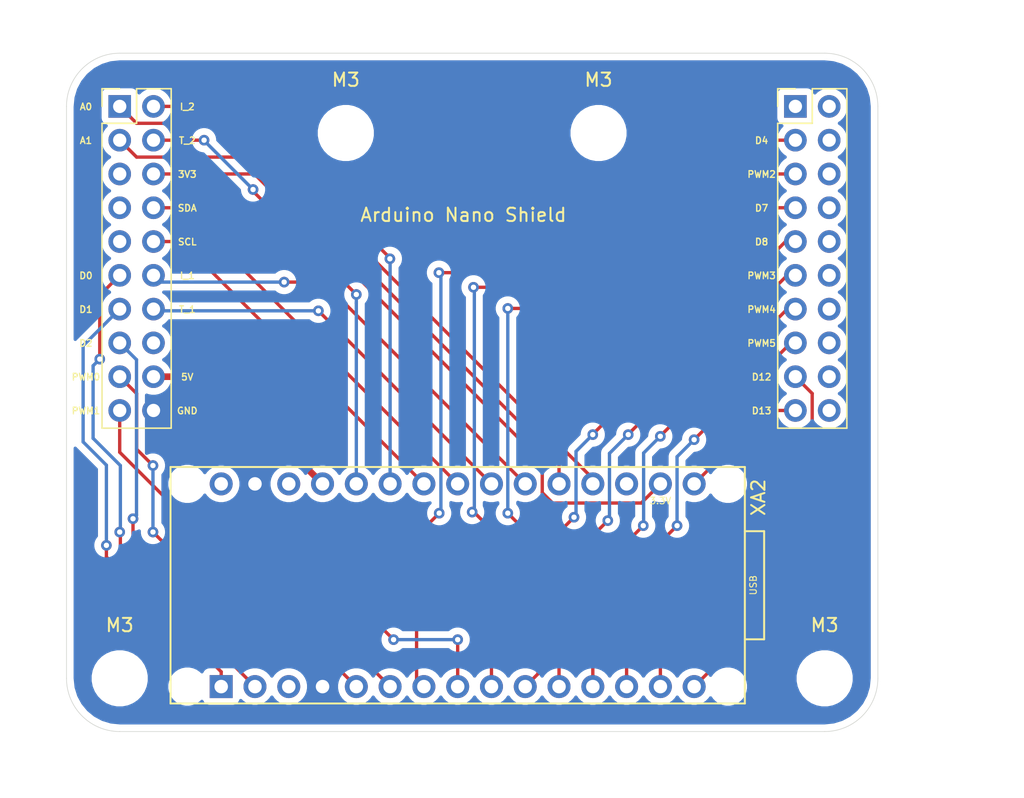
<source format=kicad_pcb>
(kicad_pcb (version 20171130) (host pcbnew "(5.1.6)-1")

  (general
    (thickness 1.6)
    (drawings 42)
    (tracks 188)
    (zones 0)
    (modules 7)
    (nets 45)
  )

  (page A4)
  (layers
    (0 F.Cu signal)
    (31 B.Cu signal)
    (32 B.Adhes user)
    (33 F.Adhes user)
    (34 B.Paste user)
    (35 F.Paste user)
    (36 B.SilkS user)
    (37 F.SilkS user)
    (38 B.Mask user)
    (39 F.Mask user)
    (40 Dwgs.User user)
    (41 Cmts.User user)
    (42 Eco1.User user hide)
    (43 Eco2.User user)
    (44 Edge.Cuts user)
    (45 Margin user)
    (46 B.CrtYd user)
    (47 F.CrtYd user)
    (48 B.Fab user)
    (49 F.Fab user)
  )

  (setup
    (last_trace_width 0.25)
    (user_trace_width 0.5)
    (trace_clearance 0.2)
    (zone_clearance 0.508)
    (zone_45_only no)
    (trace_min 0.2)
    (via_size 0.8)
    (via_drill 0.4)
    (via_min_size 0.4)
    (via_min_drill 0.3)
    (uvia_size 0.3)
    (uvia_drill 0.1)
    (uvias_allowed no)
    (uvia_min_size 0.2)
    (uvia_min_drill 0.1)
    (edge_width 0.05)
    (segment_width 0.2)
    (pcb_text_width 0.3)
    (pcb_text_size 1.5 1.5)
    (mod_edge_width 0.12)
    (mod_text_size 1 1)
    (mod_text_width 0.15)
    (pad_size 1.524 1.524)
    (pad_drill 0.762)
    (pad_to_mask_clearance 0.05)
    (aux_axis_origin 0 0)
    (grid_origin 147.32 48.26)
    (visible_elements 7FFFFFFF)
    (pcbplotparams
      (layerselection 0x010fc_ffffffff)
      (usegerberextensions false)
      (usegerberattributes true)
      (usegerberadvancedattributes true)
      (creategerberjobfile true)
      (excludeedgelayer true)
      (linewidth 0.100000)
      (plotframeref false)
      (viasonmask false)
      (mode 1)
      (useauxorigin false)
      (hpglpennumber 1)
      (hpglpenspeed 20)
      (hpglpendiameter 15.000000)
      (psnegative false)
      (psa4output false)
      (plotreference true)
      (plotvalue true)
      (plotinvisibletext false)
      (padsonsilk false)
      (subtractmaskfromsilk false)
      (outputformat 1)
      (mirror false)
      (drillshape 0)
      (scaleselection 1)
      (outputdirectory "../gerber_files/Arduino_Shields/Arduino_Nano/"))
  )

  (net 0 "")
  (net 1 A0)
  (net 2 I_sense_2)
  (net 3 A1)
  (net 4 T_sense2)
  (net 5 A2)
  (net 6 +3V3)
  (net 7 A3)
  (net 8 SDA)
  (net 9 A4)
  (net 10 SCL)
  (net 11 D0)
  (net 12 I_sense_1)
  (net 13 D1)
  (net 14 T_sense1)
  (net 15 D2)
  (net 16 D3)
  (net 17 PWM0)
  (net 18 +5V)
  (net 19 PWM1)
  (net 20 GND)
  (net 21 "Net-(J2-Pad20)")
  (net 22 "Net-(J2-Pad18)")
  (net 23 "Net-(J2-Pad16)")
  (net 24 "Net-(J2-Pad14)")
  (net 25 "Net-(J2-Pad12)")
  (net 26 "Net-(J2-Pad10)")
  (net 27 "Net-(J2-Pad8)")
  (net 28 "Net-(J2-Pad6)")
  (net 29 "Net-(J2-Pad4)")
  (net 30 "Net-(J2-Pad2)")
  (net 31 "Net-(J2-Pad1)")
  (net 32 "Net-(XA2-PadVIN)")
  (net 33 "Net-(XA2-PadRST2)")
  (net 34 "Net-(XA2-PadAREF)")
  (net 35 D13)
  (net 36 D12)
  (net 37 PWM5)
  (net 38 PWM4)
  (net 39 PWM3)
  (net 40 D8)
  (net 41 D7)
  (net 42 PWM2)
  (net 43 D4)
  (net 44 "Net-(XA2-PadRST1)")

  (net_class Default "This is the default net class."
    (clearance 0.2)
    (trace_width 0.25)
    (via_dia 0.8)
    (via_drill 0.4)
    (uvia_dia 0.3)
    (uvia_drill 0.1)
    (add_net +3V3)
    (add_net +5V)
    (add_net A0)
    (add_net A1)
    (add_net A2)
    (add_net A3)
    (add_net A4)
    (add_net D0)
    (add_net D1)
    (add_net D12)
    (add_net D13)
    (add_net D2)
    (add_net D3)
    (add_net D4)
    (add_net D7)
    (add_net D8)
    (add_net GND)
    (add_net I_sense_1)
    (add_net I_sense_2)
    (add_net "Net-(J2-Pad1)")
    (add_net "Net-(J2-Pad10)")
    (add_net "Net-(J2-Pad12)")
    (add_net "Net-(J2-Pad14)")
    (add_net "Net-(J2-Pad16)")
    (add_net "Net-(J2-Pad18)")
    (add_net "Net-(J2-Pad2)")
    (add_net "Net-(J2-Pad20)")
    (add_net "Net-(J2-Pad4)")
    (add_net "Net-(J2-Pad6)")
    (add_net "Net-(J2-Pad8)")
    (add_net "Net-(XA2-PadAREF)")
    (add_net "Net-(XA2-PadRST1)")
    (add_net "Net-(XA2-PadRST2)")
    (add_net "Net-(XA2-PadVIN)")
    (add_net PWM0)
    (add_net PWM1)
    (add_net PWM2)
    (add_net PWM3)
    (add_net PWM4)
    (add_net PWM5)
    (add_net SCL)
    (add_net SDA)
    (add_net T_sense1)
    (add_net T_sense2)
  )

  (module Connector_PinHeader_2.54mm:PinHeader_2x10_P2.54mm_Vertical (layer F.Cu) (tedit 59FED5CC) (tstamp 5EE991C0)
    (at 96.52 48.26)
    (descr "Through hole straight pin header, 2x10, 2.54mm pitch, double rows")
    (tags "Through hole pin header THT 2x10 2.54mm double row")
    (path /5EE98F09)
    (fp_text reference J1 (at 1.27 -2.33) (layer F.SilkS) hide
      (effects (font (size 1 1) (thickness 0.15)))
    )
    (fp_text value Conn_02x10_Top_Bottom (at 1.27 25.19) (layer F.Fab)
      (effects (font (size 1 1) (thickness 0.15)))
    )
    (fp_line (start 0 -1.27) (end 3.81 -1.27) (layer F.Fab) (width 0.1))
    (fp_line (start 3.81 -1.27) (end 3.81 24.13) (layer F.Fab) (width 0.1))
    (fp_line (start 3.81 24.13) (end -1.27 24.13) (layer F.Fab) (width 0.1))
    (fp_line (start -1.27 24.13) (end -1.27 0) (layer F.Fab) (width 0.1))
    (fp_line (start -1.27 0) (end 0 -1.27) (layer F.Fab) (width 0.1))
    (fp_line (start -1.33 24.19) (end 3.87 24.19) (layer F.SilkS) (width 0.12))
    (fp_line (start -1.33 1.27) (end -1.33 24.19) (layer F.SilkS) (width 0.12))
    (fp_line (start 3.87 -1.33) (end 3.87 24.19) (layer F.SilkS) (width 0.12))
    (fp_line (start -1.33 1.27) (end 1.27 1.27) (layer F.SilkS) (width 0.12))
    (fp_line (start 1.27 1.27) (end 1.27 -1.33) (layer F.SilkS) (width 0.12))
    (fp_line (start 1.27 -1.33) (end 3.87 -1.33) (layer F.SilkS) (width 0.12))
    (fp_line (start -1.33 0) (end -1.33 -1.33) (layer F.SilkS) (width 0.12))
    (fp_line (start -1.33 -1.33) (end 0 -1.33) (layer F.SilkS) (width 0.12))
    (fp_line (start -1.8 -1.8) (end -1.8 24.65) (layer F.CrtYd) (width 0.05))
    (fp_line (start -1.8 24.65) (end 4.35 24.65) (layer F.CrtYd) (width 0.05))
    (fp_line (start 4.35 24.65) (end 4.35 -1.8) (layer F.CrtYd) (width 0.05))
    (fp_line (start 4.35 -1.8) (end -1.8 -1.8) (layer F.CrtYd) (width 0.05))
    (fp_text user %R (at 1.27 11.43 90) (layer F.Fab)
      (effects (font (size 1 1) (thickness 0.15)))
    )
    (pad 1 thru_hole rect (at 0 0) (size 1.7 1.7) (drill 1) (layers *.Cu *.Mask)
      (net 1 A0))
    (pad 2 thru_hole oval (at 2.54 0) (size 1.7 1.7) (drill 1) (layers *.Cu *.Mask)
      (net 2 I_sense_2))
    (pad 3 thru_hole oval (at 0 2.54) (size 1.7 1.7) (drill 1) (layers *.Cu *.Mask)
      (net 3 A1))
    (pad 4 thru_hole oval (at 2.54 2.54) (size 1.7 1.7) (drill 1) (layers *.Cu *.Mask)
      (net 4 T_sense2))
    (pad 5 thru_hole oval (at 0 5.08) (size 1.7 1.7) (drill 1) (layers *.Cu *.Mask)
      (net 5 A2))
    (pad 6 thru_hole oval (at 2.54 5.08) (size 1.7 1.7) (drill 1) (layers *.Cu *.Mask)
      (net 6 +3V3))
    (pad 7 thru_hole oval (at 0 7.62) (size 1.7 1.7) (drill 1) (layers *.Cu *.Mask)
      (net 7 A3))
    (pad 8 thru_hole oval (at 2.54 7.62) (size 1.7 1.7) (drill 1) (layers *.Cu *.Mask)
      (net 8 SDA))
    (pad 9 thru_hole oval (at 0 10.16) (size 1.7 1.7) (drill 1) (layers *.Cu *.Mask)
      (net 9 A4))
    (pad 10 thru_hole oval (at 2.54 10.16) (size 1.7 1.7) (drill 1) (layers *.Cu *.Mask)
      (net 10 SCL))
    (pad 11 thru_hole oval (at 0 12.7) (size 1.7 1.7) (drill 1) (layers *.Cu *.Mask)
      (net 11 D0))
    (pad 12 thru_hole oval (at 2.54 12.7) (size 1.7 1.7) (drill 1) (layers *.Cu *.Mask)
      (net 12 I_sense_1))
    (pad 13 thru_hole oval (at 0 15.24) (size 1.7 1.7) (drill 1) (layers *.Cu *.Mask)
      (net 13 D1))
    (pad 14 thru_hole oval (at 2.54 15.24) (size 1.7 1.7) (drill 1) (layers *.Cu *.Mask)
      (net 14 T_sense1))
    (pad 15 thru_hole oval (at 0 17.78) (size 1.7 1.7) (drill 1) (layers *.Cu *.Mask)
      (net 15 D2))
    (pad 16 thru_hole oval (at 2.54 17.78) (size 1.7 1.7) (drill 1) (layers *.Cu *.Mask)
      (net 16 D3))
    (pad 17 thru_hole oval (at 0 20.32) (size 1.7 1.7) (drill 1) (layers *.Cu *.Mask)
      (net 17 PWM0))
    (pad 18 thru_hole oval (at 2.54 20.32) (size 1.7 1.7) (drill 1) (layers *.Cu *.Mask)
      (net 18 +5V))
    (pad 19 thru_hole oval (at 0 22.86) (size 1.7 1.7) (drill 1) (layers *.Cu *.Mask)
      (net 19 PWM1))
    (pad 20 thru_hole oval (at 2.54 22.86) (size 1.7 1.7) (drill 1) (layers *.Cu *.Mask)
      (net 20 GND))
    (model ${KISYS3DMOD}/Connector_PinHeader_2.54mm.3dshapes/PinHeader_2x10_P2.54mm_Vertical.wrl
      (at (xyz 0 0 0))
      (scale (xyz 1 1 1))
      (rotate (xyz 0 0 0))
    )
  )

  (module Connector_PinHeader_2.54mm:PinHeader_2x10_P2.54mm_Vertical (layer F.Cu) (tedit 59FED5CC) (tstamp 5EE98EDD)
    (at 147.32 48.26)
    (descr "Through hole straight pin header, 2x10, 2.54mm pitch, double rows")
    (tags "Through hole pin header THT 2x10 2.54mm double row")
    (path /5EE98F23)
    (fp_text reference J2 (at 1.27 -2.33) (layer F.SilkS) hide
      (effects (font (size 1 1) (thickness 0.15)))
    )
    (fp_text value Conn_02x10_Top_Bottom (at 1.27 25.19) (layer F.Fab)
      (effects (font (size 1 1) (thickness 0.15)))
    )
    (fp_line (start 4.35 -1.8) (end -1.8 -1.8) (layer F.CrtYd) (width 0.05))
    (fp_line (start 4.35 24.65) (end 4.35 -1.8) (layer F.CrtYd) (width 0.05))
    (fp_line (start -1.8 24.65) (end 4.35 24.65) (layer F.CrtYd) (width 0.05))
    (fp_line (start -1.8 -1.8) (end -1.8 24.65) (layer F.CrtYd) (width 0.05))
    (fp_line (start -1.33 -1.33) (end 0 -1.33) (layer F.SilkS) (width 0.12))
    (fp_line (start -1.33 0) (end -1.33 -1.33) (layer F.SilkS) (width 0.12))
    (fp_line (start 1.27 -1.33) (end 3.87 -1.33) (layer F.SilkS) (width 0.12))
    (fp_line (start 1.27 1.27) (end 1.27 -1.33) (layer F.SilkS) (width 0.12))
    (fp_line (start -1.33 1.27) (end 1.27 1.27) (layer F.SilkS) (width 0.12))
    (fp_line (start 3.87 -1.33) (end 3.87 24.19) (layer F.SilkS) (width 0.12))
    (fp_line (start -1.33 1.27) (end -1.33 24.19) (layer F.SilkS) (width 0.12))
    (fp_line (start -1.33 24.19) (end 3.87 24.19) (layer F.SilkS) (width 0.12))
    (fp_line (start -1.27 0) (end 0 -1.27) (layer F.Fab) (width 0.1))
    (fp_line (start -1.27 24.13) (end -1.27 0) (layer F.Fab) (width 0.1))
    (fp_line (start 3.81 24.13) (end -1.27 24.13) (layer F.Fab) (width 0.1))
    (fp_line (start 3.81 -1.27) (end 3.81 24.13) (layer F.Fab) (width 0.1))
    (fp_line (start 0 -1.27) (end 3.81 -1.27) (layer F.Fab) (width 0.1))
    (fp_text user %R (at 1.27 11.43 90) (layer F.Fab)
      (effects (font (size 1 1) (thickness 0.15)))
    )
    (pad 20 thru_hole oval (at 2.54 22.86) (size 1.7 1.7) (drill 1) (layers *.Cu *.Mask)
      (net 21 "Net-(J2-Pad20)"))
    (pad 19 thru_hole oval (at 0 22.86) (size 1.7 1.7) (drill 1) (layers *.Cu *.Mask)
      (net 35 D13))
    (pad 18 thru_hole oval (at 2.54 20.32) (size 1.7 1.7) (drill 1) (layers *.Cu *.Mask)
      (net 22 "Net-(J2-Pad18)"))
    (pad 17 thru_hole oval (at 0 20.32) (size 1.7 1.7) (drill 1) (layers *.Cu *.Mask)
      (net 36 D12))
    (pad 16 thru_hole oval (at 2.54 17.78) (size 1.7 1.7) (drill 1) (layers *.Cu *.Mask)
      (net 23 "Net-(J2-Pad16)"))
    (pad 15 thru_hole oval (at 0 17.78) (size 1.7 1.7) (drill 1) (layers *.Cu *.Mask)
      (net 37 PWM5))
    (pad 14 thru_hole oval (at 2.54 15.24) (size 1.7 1.7) (drill 1) (layers *.Cu *.Mask)
      (net 24 "Net-(J2-Pad14)"))
    (pad 13 thru_hole oval (at 0 15.24) (size 1.7 1.7) (drill 1) (layers *.Cu *.Mask)
      (net 38 PWM4))
    (pad 12 thru_hole oval (at 2.54 12.7) (size 1.7 1.7) (drill 1) (layers *.Cu *.Mask)
      (net 25 "Net-(J2-Pad12)"))
    (pad 11 thru_hole oval (at 0 12.7) (size 1.7 1.7) (drill 1) (layers *.Cu *.Mask)
      (net 39 PWM3))
    (pad 10 thru_hole oval (at 2.54 10.16) (size 1.7 1.7) (drill 1) (layers *.Cu *.Mask)
      (net 26 "Net-(J2-Pad10)"))
    (pad 9 thru_hole oval (at 0 10.16) (size 1.7 1.7) (drill 1) (layers *.Cu *.Mask)
      (net 40 D8))
    (pad 8 thru_hole oval (at 2.54 7.62) (size 1.7 1.7) (drill 1) (layers *.Cu *.Mask)
      (net 27 "Net-(J2-Pad8)"))
    (pad 7 thru_hole oval (at 0 7.62) (size 1.7 1.7) (drill 1) (layers *.Cu *.Mask)
      (net 41 D7))
    (pad 6 thru_hole oval (at 2.54 5.08) (size 1.7 1.7) (drill 1) (layers *.Cu *.Mask)
      (net 28 "Net-(J2-Pad6)"))
    (pad 5 thru_hole oval (at 0 5.08) (size 1.7 1.7) (drill 1) (layers *.Cu *.Mask)
      (net 42 PWM2))
    (pad 4 thru_hole oval (at 2.54 2.54) (size 1.7 1.7) (drill 1) (layers *.Cu *.Mask)
      (net 29 "Net-(J2-Pad4)"))
    (pad 3 thru_hole oval (at 0 2.54) (size 1.7 1.7) (drill 1) (layers *.Cu *.Mask)
      (net 43 D4))
    (pad 2 thru_hole oval (at 2.54 0) (size 1.7 1.7) (drill 1) (layers *.Cu *.Mask)
      (net 30 "Net-(J2-Pad2)"))
    (pad 1 thru_hole rect (at 0 0) (size 1.7 1.7) (drill 1) (layers *.Cu *.Mask)
      (net 31 "Net-(J2-Pad1)"))
    (model ${KISYS3DMOD}/Connector_PinHeader_2.54mm.3dshapes/PinHeader_2x10_P2.54mm_Vertical.wrl
      (at (xyz 0 0 0))
      (scale (xyz 1 1 1))
      (rotate (xyz 0 0 0))
    )
  )

  (module MountingHole:MountingHole_3.2mm_M3 (layer F.Cu) (tedit 56D1B4CB) (tstamp 5EE9B3B6)
    (at 132.52 50.26)
    (descr "Mounting Hole 3.2mm, no annular, M3")
    (tags "mounting hole 3.2mm no annular m3")
    (path /5EE9AAF3)
    (attr virtual)
    (fp_text reference H2 (at 0 -4.2) (layer F.SilkS) hide
      (effects (font (size 1 1) (thickness 0.15)))
    )
    (fp_text value MountingHole (at 0 4.2) (layer F.Fab)
      (effects (font (size 1 1) (thickness 0.15)))
    )
    (fp_circle (center 0 0) (end 3.45 0) (layer F.CrtYd) (width 0.05))
    (fp_circle (center 0 0) (end 3.2 0) (layer Cmts.User) (width 0.15))
    (fp_text user %R (at 0.3 0) (layer F.Fab)
      (effects (font (size 1 1) (thickness 0.15)))
    )
    (pad 1 np_thru_hole circle (at 0 0) (size 3.2 3.2) (drill 3.2) (layers *.Cu *.Mask))
  )

  (module MountingHole:MountingHole_3.2mm_M3 (layer F.Cu) (tedit 56D1B4CB) (tstamp 5EE9B19D)
    (at 113.52 50.26)
    (descr "Mounting Hole 3.2mm, no annular, M3")
    (tags "mounting hole 3.2mm no annular m3")
    (path /5EE9A42B)
    (attr virtual)
    (fp_text reference H3 (at 0 -4.2) (layer F.SilkS) hide
      (effects (font (size 1 1) (thickness 0.15)))
    )
    (fp_text value MountingHole (at 0 4.2) (layer F.Fab)
      (effects (font (size 1 1) (thickness 0.15)))
    )
    (fp_circle (center 0 0) (end 3.45 0) (layer F.CrtYd) (width 0.05))
    (fp_circle (center 0 0) (end 3.2 0) (layer Cmts.User) (width 0.15))
    (fp_text user %R (at 0.3 0) (layer F.Fab)
      (effects (font (size 1 1) (thickness 0.15)))
    )
    (pad 1 np_thru_hole circle (at 0 0) (size 3.2 3.2) (drill 3.2) (layers *.Cu *.Mask))
  )

  (module MountingHole:MountingHole_3.2mm_M3 (layer F.Cu) (tedit 56D1B4CB) (tstamp 5EE9CC67)
    (at 96.52 91.26)
    (descr "Mounting Hole 3.2mm, no annular, M3")
    (tags "mounting hole 3.2mm no annular m3")
    (path /5EE9A944)
    (attr virtual)
    (fp_text reference H4 (at 0 -4.2) (layer F.SilkS) hide
      (effects (font (size 1 1) (thickness 0.15)))
    )
    (fp_text value MountingHole (at 0 4.2) (layer F.Fab)
      (effects (font (size 1 1) (thickness 0.15)))
    )
    (fp_circle (center 0 0) (end 3.2 0) (layer Cmts.User) (width 0.15))
    (fp_circle (center 0 0) (end 3.45 0) (layer F.CrtYd) (width 0.05))
    (fp_text user %R (at 0.3 0) (layer F.Fab)
      (effects (font (size 1 1) (thickness 0.15)))
    )
    (pad 1 np_thru_hole circle (at 0 0) (size 3.2 3.2) (drill 3.2) (layers *.Cu *.Mask))
  )

  (module Arduino:Arduino_Nano_Socket (layer F.Cu) (tedit 5A860395) (tstamp 5EE99D54)
    (at 143.52 84.26 90)
    (descr https://store.arduino.cc/arduino-nano)
    (path /5EEA3C8B)
    (fp_text reference XA2 (at 6.604 1.016 90) (layer F.SilkS)
      (effects (font (size 1 1) (thickness 0.15)))
    )
    (fp_text value Arduino_Nano_Socket (at 0 -21.082) (layer F.Fab)
      (effects (font (size 1 1) (thickness 0.15)))
    )
    (fp_line (start -8.89 -43.18) (end -8.89 0) (layer F.SilkS) (width 0.15))
    (fp_line (start 8.89 -43.18) (end 8.89 0) (layer F.SilkS) (width 0.15))
    (fp_line (start -8.89 0) (end 8.89 0) (layer F.SilkS) (width 0.15))
    (fp_line (start -8.89 -43.18) (end 8.89 -43.18) (layer F.SilkS) (width 0.15))
    (fp_line (start 4.064 1.45) (end 4.064 0) (layer F.SilkS) (width 0.15))
    (fp_line (start -4.064 1.45) (end 4.064 1.45) (layer F.SilkS) (width 0.15))
    (fp_line (start -4.064 0) (end -4.064 1.45) (layer F.SilkS) (width 0.15))
    (fp_line (start 9.144 1.778) (end -3.302 1.778) (layer F.CrtYd) (width 0.15))
    (fp_line (start 9.144 -43.434) (end 9.144 1.778) (layer F.CrtYd) (width 0.15))
    (fp_line (start -9.144 -43.434) (end 9.144 -43.434) (layer F.CrtYd) (width 0.15))
    (fp_line (start -9.144 -22.606) (end -9.144 -43.434) (layer F.CrtYd) (width 0.15))
    (fp_line (start -9.144 1.778) (end -9.144 -22.606) (layer F.CrtYd) (width 0.15))
    (fp_line (start -3.302 1.778) (end -9.144 1.778) (layer F.CrtYd) (width 0.15))
    (fp_circle (center -2.54 -41.91) (end -2.032 -41.91) (layer F.Fab) (width 0.15))
    (fp_circle (center 0 -41.91) (end 0.508 -41.91) (layer F.Fab) (width 0.15))
    (fp_circle (center -2.54 -39.37) (end -2.032 -39.37) (layer F.Fab) (width 0.15))
    (fp_circle (center 2.54 -41.91) (end 3.048 -41.91) (layer F.Fab) (width 0.15))
    (fp_circle (center 2.54 -39.37) (end 3.048 -39.37) (layer F.Fab) (width 0.15))
    (fp_circle (center 0 -39.37) (end 0.508 -39.37) (layer F.Fab) (width 0.15))
    (fp_text user USB (at 0 0.635 90) (layer F.SilkS)
      (effects (font (size 0.5 0.5) (thickness 0.075)))
    )
    (fp_text user 3.3V (at 6.35 -6.35) (layer F.SilkS)
      (effects (font (size 0.5 0.5) (thickness 0.075)))
    )
    (fp_text user ICSP (at 0 -40.64 90) (layer F.Fab)
      (effects (font (size 1 1) (thickness 0.15)))
    )
    (pad VIN thru_hole circle (at 7.62 -39.37 90) (size 1.7272 1.7272) (drill 1.016) (layers *.Cu *.Mask)
      (net 32 "Net-(XA2-PadVIN)"))
    (pad GND2 thru_hole circle (at 7.62 -36.83 90) (size 1.7272 1.7272) (drill 1.016) (layers *.Cu *.Mask)
      (net 20 GND))
    (pad RST2 thru_hole circle (at 7.62 -34.29 90) (size 1.7272 1.7272) (drill 1.016) (layers *.Cu *.Mask)
      (net 33 "Net-(XA2-PadRST2)"))
    (pad 5V thru_hole circle (at 7.62 -31.75 90) (size 1.7272 1.7272) (drill 1.016) (layers *.Cu *.Mask)
      (net 18 +5V))
    (pad A7 thru_hole circle (at 7.62 -29.21 90) (size 1.7272 1.7272) (drill 1.016) (layers *.Cu *.Mask)
      (net 4 T_sense2))
    (pad A6 thru_hole circle (at 7.62 -26.67 90) (size 1.7272 1.7272) (drill 1.016) (layers *.Cu *.Mask)
      (net 2 I_sense_2))
    (pad A5 thru_hole circle (at 7.62 -24.13 90) (size 1.7272 1.7272) (drill 1.016) (layers *.Cu *.Mask)
      (net 10 SCL))
    (pad A4 thru_hole circle (at 7.62 -21.59 90) (size 1.7272 1.7272) (drill 1.016) (layers *.Cu *.Mask)
      (net 8 SDA))
    (pad A3 thru_hole circle (at 7.62 -19.05 90) (size 1.7272 1.7272) (drill 1.016) (layers *.Cu *.Mask)
      (net 14 T_sense1))
    (pad A2 thru_hole circle (at 7.62 -16.51 90) (size 1.7272 1.7272) (drill 1.016) (layers *.Cu *.Mask)
      (net 12 I_sense_1))
    (pad A1 thru_hole circle (at 7.62 -13.97 90) (size 1.7272 1.7272) (drill 1.016) (layers *.Cu *.Mask)
      (net 3 A1))
    (pad A0 thru_hole circle (at 7.62 -11.43 90) (size 1.7272 1.7272) (drill 1.016) (layers *.Cu *.Mask)
      (net 1 A0))
    (pad AREF thru_hole circle (at 7.62 -8.89 90) (size 1.7272 1.7272) (drill 1.016) (layers *.Cu *.Mask)
      (net 34 "Net-(XA2-PadAREF)"))
    (pad 3V3 thru_hole circle (at 7.62 -6.35 90) (size 1.7272 1.7272) (drill 1.016) (layers *.Cu *.Mask)
      (net 6 +3V3))
    (pad D13 thru_hole circle (at 7.62 -3.81 90) (size 1.7272 1.7272) (drill 1.016) (layers *.Cu *.Mask)
      (net 35 D13))
    (pad D12 thru_hole circle (at -7.62 -3.81 90) (size 1.7272 1.7272) (drill 1.016) (layers *.Cu *.Mask)
      (net 36 D12))
    (pad D11 thru_hole circle (at -7.62 -6.35 90) (size 1.7272 1.7272) (drill 1.016) (layers *.Cu *.Mask)
      (net 37 PWM5))
    (pad D10 thru_hole circle (at -7.62 -8.89 90) (size 1.7272 1.7272) (drill 1.016) (layers *.Cu *.Mask)
      (net 38 PWM4))
    (pad D9 thru_hole circle (at -7.62 -11.43 90) (size 1.7272 1.7272) (drill 1.016) (layers *.Cu *.Mask)
      (net 39 PWM3))
    (pad D8 thru_hole circle (at -7.62 -13.97 90) (size 1.7272 1.7272) (drill 1.016) (layers *.Cu *.Mask)
      (net 40 D8))
    (pad D7 thru_hole circle (at -7.62 -16.51 90) (size 1.7272 1.7272) (drill 1.016) (layers *.Cu *.Mask)
      (net 41 D7))
    (pad D6 thru_hole circle (at -7.62 -19.05 90) (size 1.7272 1.7272) (drill 1.016) (layers *.Cu *.Mask)
      (net 42 PWM2))
    (pad D5 thru_hole circle (at -7.62 -21.59 90) (size 1.7272 1.7272) (drill 1.016) (layers *.Cu *.Mask)
      (net 19 PWM1))
    (pad D4 thru_hole circle (at -7.62 -24.13 90) (size 1.7272 1.7272) (drill 1.016) (layers *.Cu *.Mask)
      (net 43 D4))
    (pad D3 thru_hole circle (at -7.62 -26.67 90) (size 1.7272 1.7272) (drill 1.016) (layers *.Cu *.Mask)
      (net 17 PWM0))
    (pad D2 thru_hole circle (at -7.62 -29.21 90) (size 1.7272 1.7272) (drill 1.016) (layers *.Cu *.Mask)
      (net 15 D2))
    (pad GND1 thru_hole circle (at -7.62 -31.75 90) (size 1.7272 1.7272) (drill 1.016) (layers *.Cu *.Mask)
      (net 20 GND))
    (pad RST1 thru_hole circle (at -7.62 -34.29 90) (size 1.7272 1.7272) (drill 1.016) (layers *.Cu *.Mask)
      (net 44 "Net-(XA2-PadRST1)"))
    (pad D0 thru_hole circle (at -7.62 -36.83 90) (size 1.7272 1.7272) (drill 1.016) (layers *.Cu *.Mask)
      (net 11 D0))
    (pad D1 thru_hole rect (at -7.62 -39.37 90) (size 1.7272 1.7272) (drill 1.016) (layers *.Cu *.Mask)
      (net 13 D1))
    (pad "" np_thru_hole circle (at -7.62 -41.91 90) (size 1.85 1.85) (drill 1.85) (layers *.Cu *.Mask))
    (pad "" np_thru_hole circle (at 7.62 -41.91 90) (size 1.85 1.85) (drill 1.85) (layers *.Cu *.Mask))
    (pad "" np_thru_hole circle (at -7.62 -1.27 90) (size 1.85 1.85) (drill 1.85) (layers *.Cu *.Mask))
    (pad "" np_thru_hole circle (at 7.62 -1.27 90) (size 1.85 1.85) (drill 1.85) (layers *.Cu *.Mask))
    (model "C:/Users/alfre/Desktop/HydrogelHeater/cad_files/parts/arduino nano.STEP"
      (offset (xyz -7.5 39.5 9))
      (scale (xyz 1 1 1))
      (rotate (xyz -90 0 90))
    )
  )

  (module MountingHole:MountingHole_3.2mm_M3 (layer F.Cu) (tedit 56D1B4CB) (tstamp 5EE9CC33)
    (at 149.52 91.26)
    (descr "Mounting Hole 3.2mm, no annular, M3")
    (tags "mounting hole 3.2mm no annular m3")
    (path /5EEF2413)
    (attr virtual)
    (fp_text reference H1 (at 0 -4.2) (layer F.SilkS) hide
      (effects (font (size 1 1) (thickness 0.15)))
    )
    (fp_text value MountingHole (at 0 4.2) (layer F.Fab)
      (effects (font (size 1 1) (thickness 0.15)))
    )
    (fp_circle (center 0 0) (end 3.2 0) (layer Cmts.User) (width 0.15))
    (fp_circle (center 0 0) (end 3.45 0) (layer F.CrtYd) (width 0.05))
    (fp_text user %R (at 0.3 0) (layer F.Fab)
      (effects (font (size 1 1) (thickness 0.15)))
    )
    (pad 1 np_thru_hole circle (at 0 0) (size 3.2 3.2) (drill 3.2) (layers *.Cu *.Mask))
  )

  (gr_text "Arduino Nano Shield" (at 122.36 56.42) (layer F.SilkS) (tstamp 5EE9D96A)
    (effects (font (size 1 1) (thickness 0.15)))
  )
  (gr_text A1 (at 93.98 50.826) (layer F.SilkS) (tstamp 5EE9D825)
    (effects (font (size 0.5 0.5) (thickness 0.1)))
  )
  (gr_text "A0\n" (at 93.98 48.286) (layer F.SilkS) (tstamp 5EE9D825)
    (effects (font (size 0.5 0.5) (thickness 0.1)))
  )
  (gr_text "D0\n" (at 93.98 60.986) (layer F.SilkS) (tstamp 5EE9D825)
    (effects (font (size 0.5 0.5) (thickness 0.1)))
  )
  (gr_text "D1\n" (at 93.98 63.526) (layer F.SilkS) (tstamp 5EE9D825)
    (effects (font (size 0.5 0.5) (thickness 0.1)))
  )
  (gr_text D2 (at 93.98 66.066) (layer F.SilkS) (tstamp 5EE9D825)
    (effects (font (size 0.5 0.5) (thickness 0.1)))
  )
  (gr_text PWM0 (at 93.98 68.606) (layer F.SilkS) (tstamp 5EE9D825)
    (effects (font (size 0.5 0.5) (thickness 0.1)))
  )
  (gr_text "PWM1\n" (at 93.98 71.146) (layer F.SilkS) (tstamp 5EE9D825)
    (effects (font (size 0.5 0.5) (thickness 0.1)))
  )
  (gr_text GND (at 101.6 71.146) (layer F.SilkS) (tstamp 5EE9D825)
    (effects (font (size 0.5 0.5) (thickness 0.1)))
  )
  (gr_text 5V (at 101.6 68.606) (layer F.SilkS) (tstamp 5EE9D825)
    (effects (font (size 0.5 0.5) (thickness 0.1)))
  )
  (gr_text "T_1\n" (at 101.6 63.526) (layer F.SilkS) (tstamp 5EE9D825)
    (effects (font (size 0.5 0.5) (thickness 0.1)))
  )
  (gr_text I_1 (at 101.6 60.986) (layer F.SilkS) (tstamp 5EE9D825)
    (effects (font (size 0.5 0.5) (thickness 0.1)))
  )
  (gr_text SCL (at 101.6 58.446) (layer F.SilkS) (tstamp 5EE9D825)
    (effects (font (size 0.5 0.5) (thickness 0.1)))
  )
  (gr_text SDA (at 101.6 55.906) (layer F.SilkS) (tstamp 5EE9D825)
    (effects (font (size 0.5 0.5) (thickness 0.1)))
  )
  (gr_text "3V3\n" (at 101.6 53.366) (layer F.SilkS) (tstamp 5EE9D825)
    (effects (font (size 0.5 0.5) (thickness 0.1)))
  )
  (gr_text T_2 (at 101.6 50.826) (layer F.SilkS) (tstamp 5EE9D825)
    (effects (font (size 0.5 0.5) (thickness 0.1)))
  )
  (gr_text I_2 (at 101.6 48.286) (layer F.SilkS) (tstamp 5EE9D81C)
    (effects (font (size 0.5 0.5) (thickness 0.1)))
  )
  (gr_text "D8\n" (at 144.78 58.446) (layer F.SilkS) (tstamp 5EE9D81C)
    (effects (font (size 0.5 0.5) (thickness 0.1)))
  )
  (gr_text D7 (at 144.78 55.906) (layer F.SilkS) (tstamp 5EE9D81C)
    (effects (font (size 0.5 0.5) (thickness 0.1)))
  )
  (gr_text D4 (at 144.78 50.826) (layer F.SilkS) (tstamp 5EE9D805)
    (effects (font (size 0.5 0.5) (thickness 0.1)))
  )
  (gr_text D13 (at 144.78 71.146) (layer F.SilkS) (tstamp 5EE9D805)
    (effects (font (size 0.5 0.5) (thickness 0.1)))
  )
  (gr_text D12 (at 144.78 68.606) (layer F.SilkS) (tstamp 5EE9D815)
    (effects (font (size 0.5 0.5) (thickness 0.1)))
  )
  (gr_text PWM5 (at 144.78 66.066) (layer F.SilkS) (tstamp 5EE9D805)
    (effects (font (size 0.5 0.5) (thickness 0.1)))
  )
  (gr_text PWM4 (at 144.78 63.526) (layer F.SilkS) (tstamp 5EE9D805)
    (effects (font (size 0.5 0.5) (thickness 0.1)))
  )
  (gr_text "PWM3\n" (at 144.78 60.986) (layer F.SilkS) (tstamp 5EE9D805)
    (effects (font (size 0.5 0.5) (thickness 0.1)))
  )
  (gr_text PWM2 (at 144.78 53.366) (layer F.SilkS)
    (effects (font (size 0.5 0.5) (thickness 0.1)))
  )
  (gr_text M3 (at 132.52 46.26) (layer F.SilkS) (tstamp 5EE9D24F)
    (effects (font (size 1 1) (thickness 0.15)))
  )
  (gr_text M3 (at 149.52 87.26) (layer F.SilkS) (tstamp 5EE9D24F)
    (effects (font (size 1 1) (thickness 0.15)))
  )
  (gr_text M3 (at 113.52 46.26) (layer F.SilkS) (tstamp 5EE9D24F)
    (effects (font (size 1 1) (thickness 0.15)))
  )
  (gr_text M3 (at 96.52 87.26) (layer F.SilkS) (tstamp 5EE9D24F)
    (effects (font (size 1 1) (thickness 0.15)))
  )
  (gr_line (start 92.52 48.26) (end 92.52 91.26) (layer Edge.Cuts) (width 0.05) (tstamp 5EE9D123))
  (gr_line (start 149.52 44.26) (end 96.52 44.26) (layer Edge.Cuts) (width 0.05) (tstamp 5EE9D122))
  (gr_line (start 153.52 91.26) (end 153.52 48.26) (layer Edge.Cuts) (width 0.05) (tstamp 5EE9D121))
  (gr_line (start 96.52 95.26) (end 149.52 95.26) (layer Edge.Cuts) (width 0.05) (tstamp 5EE9D120))
  (gr_arc (start 96.52 91.26) (end 92.52 91.26) (angle -90) (layer Edge.Cuts) (width 0.05))
  (gr_arc (start 96.52 48.26) (end 96.52 44.26) (angle -90) (layer Edge.Cuts) (width 0.05))
  (gr_arc (start 149.52 48.26) (end 153.52 48.26) (angle -90) (layer Edge.Cuts) (width 0.05))
  (gr_arc (start 149.52 91.26) (end 149.52 95.26) (angle -90) (layer Edge.Cuts) (width 0.05))
  (gr_line (start 92.52 44.26) (end 92.52 95.26) (layer Eco1.User) (width 0.15) (tstamp 5EE9CC86))
  (gr_line (start 153.52 44.26) (end 92.52 44.26) (layer Eco1.User) (width 0.15))
  (gr_line (start 153.52 95.26) (end 153.52 44.26) (layer Eco1.User) (width 0.15))
  (gr_line (start 92.52 95.26) (end 153.52 95.26) (layer Eco1.User) (width 0.15))

  (segment (start 97.7906 49.5306) (end 96.52 48.26) (width 0.25) (layer F.Cu) (net 1))
  (segment (start 105.3776 49.5306) (end 97.7906 49.5306) (width 0.25) (layer F.Cu) (net 1))
  (segment (start 132.09 76.64) (end 132.09 76.243) (width 0.25) (layer F.Cu) (net 1))
  (segment (start 132.09 76.243) (end 105.3776 49.5306) (width 0.25) (layer F.Cu) (net 1))
  (via (at 116.833 59.716) (size 0.8) (drill 0.4) (layers F.Cu B.Cu) (net 2))
  (segment (start 116.85 76.64) (end 116.85 59.733) (width 0.25) (layer B.Cu) (net 2))
  (segment (start 116.833 59.6525) (end 116.833 59.716) (width 0.25) (layer F.Cu) (net 2))
  (segment (start 99.06 48.26) (end 105.4405 48.26) (width 0.25) (layer F.Cu) (net 2))
  (segment (start 105.4405 48.26) (end 116.833 59.6525) (width 0.25) (layer F.Cu) (net 2))
  (segment (start 106.6476 52.0706) (end 97.7906 52.0706) (width 0.25) (layer F.Cu) (net 3))
  (segment (start 97.7906 52.0706) (end 96.52 50.8) (width 0.25) (layer F.Cu) (net 3))
  (segment (start 129.55 76.64) (end 129.55 74.973) (width 0.25) (layer F.Cu) (net 3))
  (segment (start 129.55 74.973) (end 106.6476 52.0706) (width 0.25) (layer F.Cu) (net 3))
  (via (at 102.863 50.8) (size 0.8) (drill 0.4) (layers F.Cu B.Cu) (net 4))
  (segment (start 114.31 63.05) (end 114.31 76.64) (width 0.25) (layer B.Cu) (net 4))
  (segment (start 114.31 63.05) (end 114.31 62.4) (width 0.25) (layer B.Cu) (net 4))
  (segment (start 114.31 62.4) (end 114.31 62.4) (width 0.25) (layer B.Cu) (net 4) (tstamp 5EE9C942))
  (via (at 114.31 62.4) (size 0.8) (drill 0.4) (layers F.Cu B.Cu) (net 4))
  (segment (start 114.31 62.4) (end 106.546 54.636) (width 0.25) (layer F.Cu) (net 4))
  (segment (start 106.546 54.636) (end 106.546 54.509) (width 0.25) (layer F.Cu) (net 4))
  (segment (start 106.546 54.509) (end 106.546 54.509) (width 0.25) (layer F.Cu) (net 4) (tstamp 5EE9C944))
  (via (at 106.546 54.509) (size 0.8) (drill 0.4) (layers F.Cu B.Cu) (net 4))
  (segment (start 102.863 50.826) (end 102.863 50.8) (width 0.25) (layer B.Cu) (net 4))
  (segment (start 106.546 54.509) (end 102.863 50.826) (width 0.25) (layer B.Cu) (net 4))
  (segment (start 99.06 50.8) (end 102.863 50.8) (width 0.25) (layer F.Cu) (net 4))
  (segment (start 137.17 76.64) (end 137.17 76.41) (width 0.25) (layer F.Cu) (net 6))
  (segment (start 106.647 53.34) (end 99.06 53.34) (width 0.25) (layer F.Cu) (net 6))
  (segment (start 137.17 76.64) (end 135.7298 78.0802) (width 0.25) (layer F.Cu) (net 6))
  (segment (start 129.068272 78.0802) (end 128.2884 77.300328) (width 0.25) (layer F.Cu) (net 6))
  (segment (start 128.2884 77.300328) (end 128.2884 74.9814) (width 0.25) (layer F.Cu) (net 6))
  (segment (start 135.7298 78.0802) (end 129.068272 78.0802) (width 0.25) (layer F.Cu) (net 6))
  (segment (start 128.2884 74.9814) (end 106.647 53.34) (width 0.25) (layer F.Cu) (net 6))
  (segment (start 101.17 55.88) (end 121.93 76.64) (width 0.25) (layer F.Cu) (net 8))
  (segment (start 99.06 55.88) (end 101.17 55.88) (width 0.25) (layer F.Cu) (net 8))
  (segment (start 101.17 58.42) (end 99.06 58.42) (width 0.25) (layer F.Cu) (net 10))
  (segment (start 119.39 76.64) (end 101.17 58.42) (width 0.25) (layer F.Cu) (net 10))
  (via (at 95.02 67.26) (size 0.8) (drill 0.4) (layers F.Cu B.Cu) (net 11))
  (via (at 96.52 80.26) (size 0.8) (drill 0.4) (layers F.Cu B.Cu) (net 11))
  (segment (start 106.69 91.88) (end 96.57 81.76) (width 0.25) (layer F.Cu) (net 11))
  (segment (start 96.57 75.26) (end 94.52 73.21) (width 0.25) (layer B.Cu) (net 11))
  (segment (start 94.52 73.21) (end 94.52 67.76) (width 0.25) (layer B.Cu) (net 11))
  (segment (start 94.52 67.76) (end 95.02 67.26) (width 0.25) (layer B.Cu) (net 11))
  (segment (start 95.02 62.46) (end 96.52 60.96) (width 0.25) (layer F.Cu) (net 11))
  (segment (start 95.02 67.26) (end 95.02 62.46) (width 0.25) (layer F.Cu) (net 11))
  (segment (start 96.57 80.21) (end 96.52 80.26) (width 0.25) (layer B.Cu) (net 11))
  (segment (start 96.57 75.26) (end 96.57 80.21) (width 0.25) (layer B.Cu) (net 11))
  (segment (start 96.57 80.31) (end 96.52 80.26) (width 0.25) (layer F.Cu) (net 11))
  (segment (start 96.57 81.76) (end 96.57 80.31) (width 0.25) (layer F.Cu) (net 11))
  (segment (start 127.01 76.64) (end 111.8386 61.4686) (width 0.25) (layer F.Cu) (net 12))
  (segment (start 111.8386 61.4686) (end 108.8828 61.4686) (width 0.25) (layer F.Cu) (net 12))
  (segment (start 108.8828 61.4686) (end 108.8828 61.4686) (width 0.25) (layer F.Cu) (net 12) (tstamp 5EE9C246))
  (via (at 108.8828 61.4686) (size 0.8) (drill 0.4) (layers F.Cu B.Cu) (net 12))
  (segment (start 99.5686 61.4686) (end 99.06 60.96) (width 0.25) (layer B.Cu) (net 12))
  (segment (start 108.8828 61.4686) (end 99.5686 61.4686) (width 0.25) (layer B.Cu) (net 12))
  (segment (start 104.15 90.7664) (end 95.52 82.1364) (width 0.25) (layer F.Cu) (net 13))
  (segment (start 104.15 91.88) (end 104.15 90.7664) (width 0.25) (layer F.Cu) (net 13))
  (via (at 95.52 81.26) (size 0.8) (drill 0.4) (layers F.Cu B.Cu) (net 13))
  (segment (start 93.7698 66.2502) (end 96.52 63.5) (width 0.25) (layer B.Cu) (net 13))
  (segment (start 95.52 81.26) (end 95.52 75.233) (width 0.25) (layer B.Cu) (net 13))
  (segment (start 93.7698 73.4828) (end 93.7698 66.2502) (width 0.25) (layer B.Cu) (net 13))
  (segment (start 95.52 75.233) (end 93.7698 73.4828) (width 0.25) (layer B.Cu) (net 13))
  (segment (start 95.52 82.1364) (end 95.52 81.26) (width 0.25) (layer F.Cu) (net 13))
  (segment (start 124.47 76.64) (end 111.4576 63.6276) (width 0.25) (layer F.Cu) (net 14))
  (segment (start 111.4576 63.6276) (end 111.4576 63.6276) (width 0.25) (layer F.Cu) (net 14) (tstamp 5EE9C248))
  (via (at 111.4576 63.6276) (size 0.8) (drill 0.4) (layers F.Cu B.Cu) (net 14))
  (segment (start 99.1876 63.6276) (end 99.06 63.5) (width 0.25) (layer B.Cu) (net 14))
  (segment (start 111.4576 63.6276) (end 99.1876 63.6276) (width 0.25) (layer B.Cu) (net 14))
  (segment (start 114.31 91.88) (end 112.19 89.76) (width 0.25) (layer F.Cu) (net 15))
  (segment (start 112.19 89.76) (end 106.02 89.76) (width 0.25) (layer F.Cu) (net 15))
  (segment (start 106.02 89.76) (end 97.52 81.26) (width 0.25) (layer F.Cu) (net 15))
  (via (at 97.52 79.26) (size 0.8) (drill 0.4) (layers F.Cu B.Cu) (net 15))
  (segment (start 97.783 78.997) (end 97.52 79.26) (width 0.25) (layer B.Cu) (net 15))
  (segment (start 96.52 66.04) (end 97.783 67.303) (width 0.25) (layer B.Cu) (net 15))
  (segment (start 97.783 67.303) (end 97.783 78.997) (width 0.25) (layer B.Cu) (net 15))
  (segment (start 97.52 81.26) (end 97.52 79.26) (width 0.25) (layer F.Cu) (net 15))
  (segment (start 116.85 91.88) (end 113.23 88.26) (width 0.25) (layer F.Cu) (net 17))
  (segment (start 113.23 88.26) (end 108.52 88.26) (width 0.25) (layer F.Cu) (net 17))
  (segment (start 108.52 88.26) (end 107.02 88.26) (width 0.25) (layer F.Cu) (net 17))
  (segment (start 107.02 88.26) (end 99.02 80.26) (width 0.25) (layer F.Cu) (net 17))
  (segment (start 99.02 80.26) (end 99.02 80.26) (width 0.25) (layer F.Cu) (net 17) (tstamp 5EE9CF7F))
  (via (at 99.02 80.26) (size 0.8) (drill 0.4) (layers F.Cu B.Cu) (net 17))
  (via (at 99.02 75.26) (size 0.8) (drill 0.4) (layers F.Cu B.Cu) (net 17))
  (segment (start 99.02 80.26) (end 99.02 75.1922) (width 0.25) (layer B.Cu) (net 17))
  (segment (start 97.7906 74.0306) (end 99.02 75.26) (width 0.25) (layer F.Cu) (net 17))
  (segment (start 96.52 68.58) (end 97.7906 69.8506) (width 0.25) (layer F.Cu) (net 17))
  (segment (start 97.7906 69.8506) (end 97.7906 74.0306) (width 0.25) (layer F.Cu) (net 17))
  (segment (start 103.71 68.58) (end 111.77 76.64) (width 0.5) (layer F.Cu) (net 18))
  (segment (start 99.06 68.58) (end 103.71 68.58) (width 0.5) (layer F.Cu) (net 18))
  (segment (start 121.93 91.88) (end 121.93 88.35) (width 0.25) (layer F.Cu) (net 19))
  (segment (start 121.93 88.35) (end 121.93 88.35) (width 0.25) (layer F.Cu) (net 19) (tstamp 5EE9CD93))
  (via (at 121.93 88.35) (size 0.8) (drill 0.4) (layers F.Cu B.Cu) (net 19))
  (segment (start 121.93 88.35) (end 117.11 88.35) (width 0.25) (layer B.Cu) (net 19))
  (segment (start 117.11 88.35) (end 117.11 88.35) (width 0.25) (layer B.Cu) (net 19) (tstamp 5EE9CD95))
  (via (at 117.11 88.35) (size 0.8) (drill 0.4) (layers F.Cu B.Cu) (net 19))
  (segment (start 99.02 76.76) (end 99.02 76.76) (width 0.25) (layer F.Cu) (net 19) (tstamp 5EE9CF77))
  (segment (start 116.02 87.26) (end 117.11 88.35) (width 0.25) (layer F.Cu) (net 19))
  (segment (start 109.52 87.26) (end 116.02 87.26) (width 0.25) (layer F.Cu) (net 19))
  (segment (start 96.52 71.12) (end 96.52 74.26) (width 0.25) (layer F.Cu) (net 19))
  (segment (start 96.52 74.26) (end 109.52 87.26) (width 0.25) (layer F.Cu) (net 19))
  (segment (start 145.23 71.12) (end 147.32 71.12) (width 0.25) (layer F.Cu) (net 35))
  (segment (start 139.71 76.64) (end 145.23 71.12) (width 0.25) (layer F.Cu) (net 35))
  (segment (start 139.71 91.88) (end 148.583 83.007) (width 0.25) (layer F.Cu) (net 36))
  (segment (start 148.583 69.843) (end 147.32 68.58) (width 0.25) (layer F.Cu) (net 36))
  (segment (start 148.583 83.007) (end 148.583 69.843) (width 0.25) (layer F.Cu) (net 36))
  (segment (start 137.17 91.88) (end 137.17 81.035) (width 0.25) (layer F.Cu) (net 37))
  (segment (start 137.17 81.035) (end 138.423 79.782) (width 0.25) (layer F.Cu) (net 37))
  (segment (start 138.423 79.782) (end 138.423 79.782) (width 0.25) (layer F.Cu) (net 37) (tstamp 5EE9C7F0))
  (via (at 138.423 79.782) (size 0.8) (drill 0.4) (layers F.Cu B.Cu) (net 37))
  (segment (start 146.9834 66.04) (end 147.32 66.04) (width 0.25) (layer B.Cu) (net 37))
  (segment (start 138.423 79.782) (end 138.423 74.6004) (width 0.25) (layer B.Cu) (net 37))
  (segment (start 138.423 74.6004) (end 139.7057 73.3177) (width 0.25) (layer B.Cu) (net 37))
  (via (at 139.7057 73.3177) (size 0.8) (drill 0.4) (layers F.Cu B.Cu) (net 37))
  (segment (start 146.9834 66.04) (end 147.32 66.04) (width 0.25) (layer F.Cu) (net 37))
  (segment (start 139.7057 73.3177) (end 146.9834 66.04) (width 0.25) (layer F.Cu) (net 37))
  (segment (start 134.63 91.88) (end 134.63 81.035) (width 0.25) (layer F.Cu) (net 38))
  (segment (start 134.63 81.035) (end 135.883 79.782) (width 0.25) (layer F.Cu) (net 38))
  (segment (start 135.883 79.782) (end 135.883 79.782) (width 0.25) (layer F.Cu) (net 38) (tstamp 5EE9C7EE))
  (via (at 135.883 79.782) (size 0.8) (drill 0.4) (layers F.Cu B.Cu) (net 38))
  (segment (start 146.7294 63.5) (end 147.32 63.5) (width 0.25) (layer B.Cu) (net 38))
  (segment (start 135.9084 74.321) (end 137.1657 73.0637) (width 0.25) (layer B.Cu) (net 38))
  (segment (start 135.883 79.782) (end 135.9084 79.7566) (width 0.25) (layer B.Cu) (net 38))
  (segment (start 135.9084 79.7566) (end 135.9084 74.321) (width 0.25) (layer B.Cu) (net 38))
  (via (at 137.1657 73.0637) (size 0.8) (drill 0.4) (layers F.Cu B.Cu) (net 38))
  (segment (start 137.1657 73.0637) (end 137.1657 73.0383) (width 0.25) (layer F.Cu) (net 38))
  (segment (start 146.704 63.5) (end 147.32 63.5) (width 0.25) (layer F.Cu) (net 38))
  (segment (start 137.1657 73.0383) (end 146.704 63.5) (width 0.25) (layer F.Cu) (net 38))
  (segment (start 132.09 91.88) (end 132.09 80.527) (width 0.25) (layer F.Cu) (net 39))
  (segment (start 132.09 80.527) (end 133.216 79.401) (width 0.25) (layer F.Cu) (net 39))
  (segment (start 133.216 79.401) (end 133.216 79.401) (width 0.25) (layer F.Cu) (net 39) (tstamp 5EE9C7EC))
  (via (at 133.216 79.401) (size 0.8) (drill 0.4) (layers F.Cu B.Cu) (net 39))
  (segment (start 146.7294 60.96) (end 147.32 60.96) (width 0.25) (layer B.Cu) (net 39))
  (segment (start 133.343 74.3464) (end 134.7527 72.9367) (width 0.25) (layer B.Cu) (net 39))
  (segment (start 133.216 79.401) (end 133.343 79.274) (width 0.25) (layer B.Cu) (net 39))
  (segment (start 133.343 79.274) (end 133.343 74.3464) (width 0.25) (layer B.Cu) (net 39))
  (via (at 134.7527 72.9367) (size 0.8) (drill 0.4) (layers F.Cu B.Cu) (net 39))
  (segment (start 146.704 60.96) (end 147.32 60.96) (width 0.25) (layer F.Cu) (net 39))
  (segment (start 134.7527 72.9367) (end 134.7527 72.9113) (width 0.25) (layer F.Cu) (net 39))
  (segment (start 134.7527 72.9113) (end 146.704 60.96) (width 0.25) (layer F.Cu) (net 39))
  (segment (start 129.55 91.88) (end 129.55 80.273) (width 0.25) (layer F.Cu) (net 40))
  (segment (start 129.55 80.273) (end 130.676 79.147) (width 0.25) (layer F.Cu) (net 40))
  (segment (start 130.676 79.147) (end 130.676 79.147) (width 0.25) (layer F.Cu) (net 40) (tstamp 5EE9C7EA))
  (via (at 130.676 79.147) (size 0.8) (drill 0.4) (layers F.Cu B.Cu) (net 40))
  (segment (start 130.8284 74.194) (end 132.0857 72.9367) (width 0.25) (layer B.Cu) (net 40))
  (segment (start 130.676 79.147) (end 130.8284 78.9946) (width 0.25) (layer B.Cu) (net 40))
  (segment (start 146.6024 58.42) (end 147.32 58.42) (width 0.25) (layer B.Cu) (net 40))
  (segment (start 130.8284 78.9946) (end 130.8284 74.194) (width 0.25) (layer B.Cu) (net 40))
  (via (at 132.0857 72.9367) (size 0.8) (drill 0.4) (layers F.Cu B.Cu) (net 40))
  (segment (start 146.577 58.42) (end 147.32 58.42) (width 0.25) (layer F.Cu) (net 40))
  (segment (start 132.0857 72.9367) (end 132.0857 72.9113) (width 0.25) (layer F.Cu) (net 40))
  (segment (start 132.0857 72.9113) (end 146.577 58.42) (width 0.25) (layer F.Cu) (net 40))
  (segment (start 127.01 91.88) (end 127.97001 90.91999) (width 0.25) (layer F.Cu) (net 41))
  (segment (start 127.97001 90.91999) (end 127.97001 81.11461) (width 0.25) (layer F.Cu) (net 41))
  (segment (start 127.97001 81.11461) (end 125.6976 78.8422) (width 0.25) (layer F.Cu) (net 41))
  (segment (start 125.6976 78.8422) (end 125.6976 78.8422) (width 0.25) (layer F.Cu) (net 41) (tstamp 5EE9C76D))
  (via (at 125.6976 78.8422) (size 0.8) (drill 0.4) (layers F.Cu B.Cu) (net 41))
  (segment (start 125.6976 78.8422) (end 125.6976 63.4498) (width 0.25) (layer B.Cu) (net 41))
  (segment (start 125.6976 63.4498) (end 125.6976 63.4498) (width 0.25) (layer B.Cu) (net 41) (tstamp 5EE9C76F))
  (via (at 125.6976 63.4498) (size 0.8) (drill 0.4) (layers F.Cu B.Cu) (net 41))
  (segment (start 137.6108 55.88) (end 147.32 55.88) (width 0.25) (layer F.Cu) (net 41))
  (segment (start 125.6976 63.4498) (end 130.041 63.4498) (width 0.25) (layer F.Cu) (net 41))
  (segment (start 130.041 63.4498) (end 137.6108 55.88) (width 0.25) (layer F.Cu) (net 41))
  (segment (start 123.02 78.76) (end 123.02 78.76) (width 0.25) (layer F.Cu) (net 42) (tstamp 5EE9C5B8))
  (via (at 123.02 78.76) (size 0.8) (drill 0.4) (layers F.Cu B.Cu) (net 42))
  (segment (start 123.118601 61.858601) (end 123.118601 61.858601) (width 0.25) (layer B.Cu) (net 42) (tstamp 5EE9C6ED))
  (via (at 123.118601 61.858601) (size 0.8) (drill 0.4) (layers F.Cu B.Cu) (net 42))
  (segment (start 123.183 61.923) (end 123.118601 61.858601) (width 0.25) (layer B.Cu) (net 42))
  (segment (start 123.02 78.76) (end 123.183 78.597) (width 0.25) (layer B.Cu) (net 42))
  (segment (start 123.183 78.597) (end 123.183 61.923) (width 0.25) (layer B.Cu) (net 42))
  (segment (start 123.1516 78.76) (end 123.02 78.76) (width 0.25) (layer F.Cu) (net 42))
  (segment (start 127.52 83.1284) (end 123.1516 78.76) (width 0.25) (layer F.Cu) (net 42))
  (segment (start 127.52 86.26) (end 127.52 83.1284) (width 0.25) (layer F.Cu) (net 42))
  (segment (start 124.47 91.88) (end 124.47 89.31) (width 0.25) (layer F.Cu) (net 42))
  (segment (start 124.47 89.31) (end 127.52 86.26) (width 0.25) (layer F.Cu) (net 42))
  (segment (start 138.2712 53.34) (end 147.32 53.34) (width 0.25) (layer F.Cu) (net 42))
  (segment (start 123.118601 61.858601) (end 129.752599 61.858601) (width 0.25) (layer F.Cu) (net 42))
  (segment (start 129.752599 61.858601) (end 138.2712 53.34) (width 0.25) (layer F.Cu) (net 42))
  (segment (start 118.8396 80.544) (end 120.5414 78.8422) (width 0.25) (layer F.Cu) (net 43))
  (segment (start 119.39 91.88) (end 118.8396 91.3296) (width 0.25) (layer F.Cu) (net 43))
  (segment (start 118.8396 91.3296) (end 118.8396 80.544) (width 0.25) (layer F.Cu) (net 43))
  (segment (start 120.5414 78.8422) (end 120.5414 78.8422) (width 0.25) (layer F.Cu) (net 43) (tstamp 5EE9C5A1))
  (via (at 120.5414 78.8422) (size 0.8) (drill 0.4) (layers F.Cu B.Cu) (net 43))
  (segment (start 120.6684 78.7152) (end 120.6684 60.9084) (width 0.25) (layer B.Cu) (net 43))
  (segment (start 120.5414 78.8422) (end 120.6684 78.7152) (width 0.25) (layer B.Cu) (net 43))
  (via (at 120.52 60.76) (size 0.8) (drill 0.4) (layers F.Cu B.Cu) (net 43))
  (segment (start 120.6684 60.9084) (end 120.52 60.76) (width 0.25) (layer B.Cu) (net 43))
  (segment (start 129.02 60.76) (end 120.52 60.76) (width 0.25) (layer F.Cu) (net 43))
  (segment (start 147.32 50.8) (end 138.98 50.8) (width 0.25) (layer F.Cu) (net 43))
  (segment (start 138.98 50.8) (end 129.02 60.76) (width 0.25) (layer F.Cu) (net 43))

  (zone (net 20) (net_name GND) (layer B.Cu) (tstamp 5EE952A4) (hatch edge 0.508)
    (connect_pads yes (clearance 0.508))
    (min_thickness 0.254)
    (fill yes (arc_segments 32) (thermal_gap 0.508) (thermal_bridge_width 0.508))
    (polygon
      (pts
        (xy 164.52 99.26) (xy 89.52 100.26) (xy 87.52 40.26) (xy 163.52 40.26)
      )
    )
    (filled_polygon
      (pts
        (xy 150.168126 44.986714) (xy 150.791572 45.174943) (xy 151.366579 45.480681) (xy 151.871247 45.892279) (xy 152.286362 46.394067)
        (xy 152.596105 46.966924) (xy 152.788682 47.589039) (xy 152.860001 48.267594) (xy 152.86 91.227721) (xy 152.793286 91.908126)
        (xy 152.605057 92.53157) (xy 152.299323 93.106573) (xy 151.887721 93.611248) (xy 151.385933 94.026362) (xy 150.813077 94.336104)
        (xy 150.190961 94.528682) (xy 149.512417 94.6) (xy 96.552279 94.6) (xy 95.871874 94.533286) (xy 95.24843 94.345057)
        (xy 94.673427 94.039323) (xy 94.168752 93.627721) (xy 93.753638 93.125933) (xy 93.443896 92.553077) (xy 93.251318 91.930961)
        (xy 93.18 91.252417) (xy 93.18 91.039872) (xy 94.285 91.039872) (xy 94.285 91.480128) (xy 94.37089 91.911925)
        (xy 94.539369 92.318669) (xy 94.783962 92.684729) (xy 95.095271 92.996038) (xy 95.461331 93.240631) (xy 95.868075 93.40911)
        (xy 96.299872 93.495) (xy 96.740128 93.495) (xy 97.171925 93.40911) (xy 97.578669 93.240631) (xy 97.944729 92.996038)
        (xy 98.256038 92.684729) (xy 98.500631 92.318669) (xy 98.66911 91.911925) (xy 98.706022 91.726353) (xy 100.05 91.726353)
        (xy 100.05 92.033647) (xy 100.10995 92.335035) (xy 100.227546 92.618937) (xy 100.398269 92.874442) (xy 100.615558 93.091731)
        (xy 100.871063 93.262454) (xy 101.154965 93.38005) (xy 101.456353 93.44) (xy 101.763647 93.44) (xy 102.065035 93.38005)
        (xy 102.348937 93.262454) (xy 102.604442 93.091731) (xy 102.700902 92.995271) (xy 102.755863 93.098094) (xy 102.835215 93.194785)
        (xy 102.931906 93.274137) (xy 103.04222 93.333102) (xy 103.161918 93.369412) (xy 103.2864 93.381672) (xy 105.0136 93.381672)
        (xy 105.138082 93.369412) (xy 105.25778 93.333102) (xy 105.368094 93.274137) (xy 105.464785 93.194785) (xy 105.544137 93.098094)
        (xy 105.603102 92.98778) (xy 105.620636 92.929977) (xy 105.734698 93.044039) (xy 105.980147 93.208042) (xy 106.252875 93.32101)
        (xy 106.542401 93.3786) (xy 106.837599 93.3786) (xy 107.127125 93.32101) (xy 107.399853 93.208042) (xy 107.645302 93.044039)
        (xy 107.854039 92.835302) (xy 107.96 92.676719) (xy 108.065961 92.835302) (xy 108.274698 93.044039) (xy 108.520147 93.208042)
        (xy 108.792875 93.32101) (xy 109.082401 93.3786) (xy 109.377599 93.3786) (xy 109.667125 93.32101) (xy 109.939853 93.208042)
        (xy 110.185302 93.044039) (xy 110.394039 92.835302) (xy 110.558042 92.589853) (xy 110.67101 92.317125) (xy 110.7286 92.027599)
        (xy 110.7286 91.732401) (xy 112.8114 91.732401) (xy 112.8114 92.027599) (xy 112.86899 92.317125) (xy 112.981958 92.589853)
        (xy 113.145961 92.835302) (xy 113.354698 93.044039) (xy 113.600147 93.208042) (xy 113.872875 93.32101) (xy 114.162401 93.3786)
        (xy 114.457599 93.3786) (xy 114.747125 93.32101) (xy 115.019853 93.208042) (xy 115.265302 93.044039) (xy 115.474039 92.835302)
        (xy 115.58 92.676719) (xy 115.685961 92.835302) (xy 115.894698 93.044039) (xy 116.140147 93.208042) (xy 116.412875 93.32101)
        (xy 116.702401 93.3786) (xy 116.997599 93.3786) (xy 117.287125 93.32101) (xy 117.559853 93.208042) (xy 117.805302 93.044039)
        (xy 118.014039 92.835302) (xy 118.12 92.676719) (xy 118.225961 92.835302) (xy 118.434698 93.044039) (xy 118.680147 93.208042)
        (xy 118.952875 93.32101) (xy 119.242401 93.3786) (xy 119.537599 93.3786) (xy 119.827125 93.32101) (xy 120.099853 93.208042)
        (xy 120.345302 93.044039) (xy 120.554039 92.835302) (xy 120.66 92.676719) (xy 120.765961 92.835302) (xy 120.974698 93.044039)
        (xy 121.220147 93.208042) (xy 121.492875 93.32101) (xy 121.782401 93.3786) (xy 122.077599 93.3786) (xy 122.367125 93.32101)
        (xy 122.639853 93.208042) (xy 122.885302 93.044039) (xy 123.094039 92.835302) (xy 123.2 92.676719) (xy 123.305961 92.835302)
        (xy 123.514698 93.044039) (xy 123.760147 93.208042) (xy 124.032875 93.32101) (xy 124.322401 93.3786) (xy 124.617599 93.3786)
        (xy 124.907125 93.32101) (xy 125.179853 93.208042) (xy 125.425302 93.044039) (xy 125.634039 92.835302) (xy 125.74 92.676719)
        (xy 125.845961 92.835302) (xy 126.054698 93.044039) (xy 126.300147 93.208042) (xy 126.572875 93.32101) (xy 126.862401 93.3786)
        (xy 127.157599 93.3786) (xy 127.447125 93.32101) (xy 127.719853 93.208042) (xy 127.965302 93.044039) (xy 128.174039 92.835302)
        (xy 128.28 92.676719) (xy 128.385961 92.835302) (xy 128.594698 93.044039) (xy 128.840147 93.208042) (xy 129.112875 93.32101)
        (xy 129.402401 93.3786) (xy 129.697599 93.3786) (xy 129.987125 93.32101) (xy 130.259853 93.208042) (xy 130.505302 93.044039)
        (xy 130.714039 92.835302) (xy 130.82 92.676719) (xy 130.925961 92.835302) (xy 131.134698 93.044039) (xy 131.380147 93.208042)
        (xy 131.652875 93.32101) (xy 131.942401 93.3786) (xy 132.237599 93.3786) (xy 132.527125 93.32101) (xy 132.799853 93.208042)
        (xy 133.045302 93.044039) (xy 133.254039 92.835302) (xy 133.36 92.676719) (xy 133.465961 92.835302) (xy 133.674698 93.044039)
        (xy 133.920147 93.208042) (xy 134.192875 93.32101) (xy 134.482401 93.3786) (xy 134.777599 93.3786) (xy 135.067125 93.32101)
        (xy 135.339853 93.208042) (xy 135.585302 93.044039) (xy 135.794039 92.835302) (xy 135.9 92.676719) (xy 136.005961 92.835302)
        (xy 136.214698 93.044039) (xy 136.460147 93.208042) (xy 136.732875 93.32101) (xy 137.022401 93.3786) (xy 137.317599 93.3786)
        (xy 137.607125 93.32101) (xy 137.879853 93.208042) (xy 138.125302 93.044039) (xy 138.334039 92.835302) (xy 138.44 92.676719)
        (xy 138.545961 92.835302) (xy 138.754698 93.044039) (xy 139.000147 93.208042) (xy 139.272875 93.32101) (xy 139.562401 93.3786)
        (xy 139.857599 93.3786) (xy 140.147125 93.32101) (xy 140.419853 93.208042) (xy 140.665302 93.044039) (xy 140.874039 92.835302)
        (xy 140.943078 92.731978) (xy 141.038269 92.874442) (xy 141.255558 93.091731) (xy 141.511063 93.262454) (xy 141.794965 93.38005)
        (xy 142.096353 93.44) (xy 142.403647 93.44) (xy 142.705035 93.38005) (xy 142.988937 93.262454) (xy 143.244442 93.091731)
        (xy 143.461731 92.874442) (xy 143.632454 92.618937) (xy 143.75005 92.335035) (xy 143.81 92.033647) (xy 143.81 91.726353)
        (xy 143.75005 91.424965) (xy 143.632454 91.141063) (xy 143.564841 91.039872) (xy 147.285 91.039872) (xy 147.285 91.480128)
        (xy 147.37089 91.911925) (xy 147.539369 92.318669) (xy 147.783962 92.684729) (xy 148.095271 92.996038) (xy 148.461331 93.240631)
        (xy 148.868075 93.40911) (xy 149.299872 93.495) (xy 149.740128 93.495) (xy 150.171925 93.40911) (xy 150.578669 93.240631)
        (xy 150.944729 92.996038) (xy 151.256038 92.684729) (xy 151.500631 92.318669) (xy 151.66911 91.911925) (xy 151.755 91.480128)
        (xy 151.755 91.039872) (xy 151.66911 90.608075) (xy 151.500631 90.201331) (xy 151.256038 89.835271) (xy 150.944729 89.523962)
        (xy 150.578669 89.279369) (xy 150.171925 89.11089) (xy 149.740128 89.025) (xy 149.299872 89.025) (xy 148.868075 89.11089)
        (xy 148.461331 89.279369) (xy 148.095271 89.523962) (xy 147.783962 89.835271) (xy 147.539369 90.201331) (xy 147.37089 90.608075)
        (xy 147.285 91.039872) (xy 143.564841 91.039872) (xy 143.461731 90.885558) (xy 143.244442 90.668269) (xy 142.988937 90.497546)
        (xy 142.705035 90.37995) (xy 142.403647 90.32) (xy 142.096353 90.32) (xy 141.794965 90.37995) (xy 141.511063 90.497546)
        (xy 141.255558 90.668269) (xy 141.038269 90.885558) (xy 140.943078 91.028022) (xy 140.874039 90.924698) (xy 140.665302 90.715961)
        (xy 140.419853 90.551958) (xy 140.147125 90.43899) (xy 139.857599 90.3814) (xy 139.562401 90.3814) (xy 139.272875 90.43899)
        (xy 139.000147 90.551958) (xy 138.754698 90.715961) (xy 138.545961 90.924698) (xy 138.44 91.083281) (xy 138.334039 90.924698)
        (xy 138.125302 90.715961) (xy 137.879853 90.551958) (xy 137.607125 90.43899) (xy 137.317599 90.3814) (xy 137.022401 90.3814)
        (xy 136.732875 90.43899) (xy 136.460147 90.551958) (xy 136.214698 90.715961) (xy 136.005961 90.924698) (xy 135.9 91.083281)
        (xy 135.794039 90.924698) (xy 135.585302 90.715961) (xy 135.339853 90.551958) (xy 135.067125 90.43899) (xy 134.777599 90.3814)
        (xy 134.482401 90.3814) (xy 134.192875 90.43899) (xy 133.920147 90.551958) (xy 133.674698 90.715961) (xy 133.465961 90.924698)
        (xy 133.36 91.083281) (xy 133.254039 90.924698) (xy 133.045302 90.715961) (xy 132.799853 90.551958) (xy 132.527125 90.43899)
        (xy 132.237599 90.3814) (xy 131.942401 90.3814) (xy 131.652875 90.43899) (xy 131.380147 90.551958) (xy 131.134698 90.715961)
        (xy 130.925961 90.924698) (xy 130.82 91.083281) (xy 130.714039 90.924698) (xy 130.505302 90.715961) (xy 130.259853 90.551958)
        (xy 129.987125 90.43899) (xy 129.697599 90.3814) (xy 129.402401 90.3814) (xy 129.112875 90.43899) (xy 128.840147 90.551958)
        (xy 128.594698 90.715961) (xy 128.385961 90.924698) (xy 128.28 91.083281) (xy 128.174039 90.924698) (xy 127.965302 90.715961)
        (xy 127.719853 90.551958) (xy 127.447125 90.43899) (xy 127.157599 90.3814) (xy 126.862401 90.3814) (xy 126.572875 90.43899)
        (xy 126.300147 90.551958) (xy 126.054698 90.715961) (xy 125.845961 90.924698) (xy 125.74 91.083281) (xy 125.634039 90.924698)
        (xy 125.425302 90.715961) (xy 125.179853 90.551958) (xy 124.907125 90.43899) (xy 124.617599 90.3814) (xy 124.322401 90.3814)
        (xy 124.032875 90.43899) (xy 123.760147 90.551958) (xy 123.514698 90.715961) (xy 123.305961 90.924698) (xy 123.2 91.083281)
        (xy 123.094039 90.924698) (xy 122.885302 90.715961) (xy 122.639853 90.551958) (xy 122.367125 90.43899) (xy 122.077599 90.3814)
        (xy 121.782401 90.3814) (xy 121.492875 90.43899) (xy 121.220147 90.551958) (xy 120.974698 90.715961) (xy 120.765961 90.924698)
        (xy 120.66 91.083281) (xy 120.554039 90.924698) (xy 120.345302 90.715961) (xy 120.099853 90.551958) (xy 119.827125 90.43899)
        (xy 119.537599 90.3814) (xy 119.242401 90.3814) (xy 118.952875 90.43899) (xy 118.680147 90.551958) (xy 118.434698 90.715961)
        (xy 118.225961 90.924698) (xy 118.12 91.083281) (xy 118.014039 90.924698) (xy 117.805302 90.715961) (xy 117.559853 90.551958)
        (xy 117.287125 90.43899) (xy 116.997599 90.3814) (xy 116.702401 90.3814) (xy 116.412875 90.43899) (xy 116.140147 90.551958)
        (xy 115.894698 90.715961) (xy 115.685961 90.924698) (xy 115.58 91.083281) (xy 115.474039 90.924698) (xy 115.265302 90.715961)
        (xy 115.019853 90.551958) (xy 114.747125 90.43899) (xy 114.457599 90.3814) (xy 114.162401 90.3814) (xy 113.872875 90.43899)
        (xy 113.600147 90.551958) (xy 113.354698 90.715961) (xy 113.145961 90.924698) (xy 112.981958 91.170147) (xy 112.86899 91.442875)
        (xy 112.8114 91.732401) (xy 110.7286 91.732401) (xy 110.67101 91.442875) (xy 110.558042 91.170147) (xy 110.394039 90.924698)
        (xy 110.185302 90.715961) (xy 109.939853 90.551958) (xy 109.667125 90.43899) (xy 109.377599 90.3814) (xy 109.082401 90.3814)
        (xy 108.792875 90.43899) (xy 108.520147 90.551958) (xy 108.274698 90.715961) (xy 108.065961 90.924698) (xy 107.96 91.083281)
        (xy 107.854039 90.924698) (xy 107.645302 90.715961) (xy 107.399853 90.551958) (xy 107.127125 90.43899) (xy 106.837599 90.3814)
        (xy 106.542401 90.3814) (xy 106.252875 90.43899) (xy 105.980147 90.551958) (xy 105.734698 90.715961) (xy 105.620636 90.830023)
        (xy 105.603102 90.77222) (xy 105.544137 90.661906) (xy 105.464785 90.565215) (xy 105.368094 90.485863) (xy 105.25778 90.426898)
        (xy 105.138082 90.390588) (xy 105.0136 90.378328) (xy 103.2864 90.378328) (xy 103.161918 90.390588) (xy 103.04222 90.426898)
        (xy 102.931906 90.485863) (xy 102.835215 90.565215) (xy 102.755863 90.661906) (xy 102.700902 90.764729) (xy 102.604442 90.668269)
        (xy 102.348937 90.497546) (xy 102.065035 90.37995) (xy 101.763647 90.32) (xy 101.456353 90.32) (xy 101.154965 90.37995)
        (xy 100.871063 90.497546) (xy 100.615558 90.668269) (xy 100.398269 90.885558) (xy 100.227546 91.141063) (xy 100.10995 91.424965)
        (xy 100.05 91.726353) (xy 98.706022 91.726353) (xy 98.755 91.480128) (xy 98.755 91.039872) (xy 98.66911 90.608075)
        (xy 98.500631 90.201331) (xy 98.256038 89.835271) (xy 97.944729 89.523962) (xy 97.578669 89.279369) (xy 97.171925 89.11089)
        (xy 96.740128 89.025) (xy 96.299872 89.025) (xy 95.868075 89.11089) (xy 95.461331 89.279369) (xy 95.095271 89.523962)
        (xy 94.783962 89.835271) (xy 94.539369 90.201331) (xy 94.37089 90.608075) (xy 94.285 91.039872) (xy 93.18 91.039872)
        (xy 93.18 88.248061) (xy 116.075 88.248061) (xy 116.075 88.451939) (xy 116.114774 88.651898) (xy 116.192795 88.840256)
        (xy 116.306063 89.009774) (xy 116.450226 89.153937) (xy 116.619744 89.267205) (xy 116.808102 89.345226) (xy 117.008061 89.385)
        (xy 117.211939 89.385) (xy 117.411898 89.345226) (xy 117.600256 89.267205) (xy 117.769774 89.153937) (xy 117.813711 89.11)
        (xy 121.226289 89.11) (xy 121.270226 89.153937) (xy 121.439744 89.267205) (xy 121.628102 89.345226) (xy 121.828061 89.385)
        (xy 122.031939 89.385) (xy 122.231898 89.345226) (xy 122.420256 89.267205) (xy 122.589774 89.153937) (xy 122.733937 89.009774)
        (xy 122.847205 88.840256) (xy 122.925226 88.651898) (xy 122.965 88.451939) (xy 122.965 88.248061) (xy 122.925226 88.048102)
        (xy 122.847205 87.859744) (xy 122.733937 87.690226) (xy 122.589774 87.546063) (xy 122.420256 87.432795) (xy 122.231898 87.354774)
        (xy 122.031939 87.315) (xy 121.828061 87.315) (xy 121.628102 87.354774) (xy 121.439744 87.432795) (xy 121.270226 87.546063)
        (xy 121.226289 87.59) (xy 117.813711 87.59) (xy 117.769774 87.546063) (xy 117.600256 87.432795) (xy 117.411898 87.354774)
        (xy 117.211939 87.315) (xy 117.008061 87.315) (xy 116.808102 87.354774) (xy 116.619744 87.432795) (xy 116.450226 87.546063)
        (xy 116.306063 87.690226) (xy 116.192795 87.859744) (xy 116.114774 88.048102) (xy 116.075 88.248061) (xy 93.18 88.248061)
        (xy 93.18 73.96212) (xy 93.229799 74.022801) (xy 93.258803 74.046604) (xy 94.760001 75.547803) (xy 94.76 80.556289)
        (xy 94.716063 80.600226) (xy 94.602795 80.769744) (xy 94.524774 80.958102) (xy 94.485 81.158061) (xy 94.485 81.361939)
        (xy 94.524774 81.561898) (xy 94.602795 81.750256) (xy 94.716063 81.919774) (xy 94.860226 82.063937) (xy 95.029744 82.177205)
        (xy 95.218102 82.255226) (xy 95.418061 82.295) (xy 95.621939 82.295) (xy 95.821898 82.255226) (xy 96.010256 82.177205)
        (xy 96.179774 82.063937) (xy 96.323937 81.919774) (xy 96.437205 81.750256) (xy 96.515226 81.561898) (xy 96.555 81.361939)
        (xy 96.555 81.295) (xy 96.621939 81.295) (xy 96.821898 81.255226) (xy 97.010256 81.177205) (xy 97.179774 81.063937)
        (xy 97.323937 80.919774) (xy 97.437205 80.750256) (xy 97.515226 80.561898) (xy 97.555 80.361939) (xy 97.555 80.295)
        (xy 97.621939 80.295) (xy 97.821898 80.255226) (xy 97.985 80.187666) (xy 97.985 80.361939) (xy 98.024774 80.561898)
        (xy 98.102795 80.750256) (xy 98.216063 80.919774) (xy 98.360226 81.063937) (xy 98.529744 81.177205) (xy 98.718102 81.255226)
        (xy 98.918061 81.295) (xy 99.121939 81.295) (xy 99.321898 81.255226) (xy 99.510256 81.177205) (xy 99.679774 81.063937)
        (xy 99.823937 80.919774) (xy 99.937205 80.750256) (xy 100.015226 80.561898) (xy 100.055 80.361939) (xy 100.055 80.158061)
        (xy 100.015226 79.958102) (xy 99.937205 79.769744) (xy 99.823937 79.600226) (xy 99.78 79.556289) (xy 99.78 76.486353)
        (xy 100.05 76.486353) (xy 100.05 76.793647) (xy 100.10995 77.095035) (xy 100.227546 77.378937) (xy 100.398269 77.634442)
        (xy 100.615558 77.851731) (xy 100.871063 78.022454) (xy 101.154965 78.14005) (xy 101.456353 78.2) (xy 101.763647 78.2)
        (xy 102.065035 78.14005) (xy 102.348937 78.022454) (xy 102.604442 77.851731) (xy 102.821731 77.634442) (xy 102.916922 77.491978)
        (xy 102.985961 77.595302) (xy 103.194698 77.804039) (xy 103.440147 77.968042) (xy 103.712875 78.08101) (xy 104.002401 78.1386)
        (xy 104.297599 78.1386) (xy 104.587125 78.08101) (xy 104.859853 77.968042) (xy 105.105302 77.804039) (xy 105.314039 77.595302)
        (xy 105.478042 77.349853) (xy 105.59101 77.077125) (xy 105.6486 76.787599) (xy 105.6486 76.492401) (xy 107.7314 76.492401)
        (xy 107.7314 76.787599) (xy 107.78899 77.077125) (xy 107.901958 77.349853) (xy 108.065961 77.595302) (xy 108.274698 77.804039)
        (xy 108.520147 77.968042) (xy 108.792875 78.08101) (xy 109.082401 78.1386) (xy 109.377599 78.1386) (xy 109.667125 78.08101)
        (xy 109.939853 77.968042) (xy 110.185302 77.804039) (xy 110.394039 77.595302) (xy 110.5 77.436719) (xy 110.605961 77.595302)
        (xy 110.814698 77.804039) (xy 111.060147 77.968042) (xy 111.332875 78.08101) (xy 111.622401 78.1386) (xy 111.917599 78.1386)
        (xy 112.207125 78.08101) (xy 112.479853 77.968042) (xy 112.725302 77.804039) (xy 112.934039 77.595302) (xy 113.04 77.436719)
        (xy 113.145961 77.595302) (xy 113.354698 77.804039) (xy 113.600147 77.968042) (xy 113.872875 78.08101) (xy 114.162401 78.1386)
        (xy 114.457599 78.1386) (xy 114.747125 78.08101) (xy 115.019853 77.968042) (xy 115.265302 77.804039) (xy 115.474039 77.595302)
        (xy 115.58 77.436719) (xy 115.685961 77.595302) (xy 115.894698 77.804039) (xy 116.140147 77.968042) (xy 116.412875 78.08101)
        (xy 116.702401 78.1386) (xy 116.997599 78.1386) (xy 117.287125 78.08101) (xy 117.559853 77.968042) (xy 117.805302 77.804039)
        (xy 118.014039 77.595302) (xy 118.12 77.436719) (xy 118.225961 77.595302) (xy 118.434698 77.804039) (xy 118.680147 77.968042)
        (xy 118.952875 78.08101) (xy 119.242401 78.1386) (xy 119.537599 78.1386) (xy 119.827125 78.08101) (xy 119.84719 78.072699)
        (xy 119.737463 78.182426) (xy 119.624195 78.351944) (xy 119.546174 78.540302) (xy 119.5064 78.740261) (xy 119.5064 78.944139)
        (xy 119.546174 79.144098) (xy 119.624195 79.332456) (xy 119.737463 79.501974) (xy 119.881626 79.646137) (xy 120.051144 79.759405)
        (xy 120.239502 79.837426) (xy 120.439461 79.8772) (xy 120.643339 79.8772) (xy 120.843298 79.837426) (xy 121.031656 79.759405)
        (xy 121.201174 79.646137) (xy 121.345337 79.501974) (xy 121.458605 79.332456) (xy 121.536626 79.144098) (xy 121.5764 78.944139)
        (xy 121.5764 78.740261) (xy 121.536626 78.540302) (xy 121.458605 78.351944) (xy 121.4284 78.306739) (xy 121.4284 78.054303)
        (xy 121.492875 78.08101) (xy 121.782401 78.1386) (xy 122.077599 78.1386) (xy 122.207716 78.112718) (xy 122.102795 78.269744)
        (xy 122.024774 78.458102) (xy 121.985 78.658061) (xy 121.985 78.861939) (xy 122.024774 79.061898) (xy 122.102795 79.250256)
        (xy 122.216063 79.419774) (xy 122.360226 79.563937) (xy 122.529744 79.677205) (xy 122.718102 79.755226) (xy 122.918061 79.795)
        (xy 123.121939 79.795) (xy 123.321898 79.755226) (xy 123.510256 79.677205) (xy 123.679774 79.563937) (xy 123.823937 79.419774)
        (xy 123.937205 79.250256) (xy 124.015226 79.061898) (xy 124.055 78.861939) (xy 124.055 78.658061) (xy 124.015226 78.458102)
        (xy 123.943 78.283734) (xy 123.943 78.043782) (xy 124.032875 78.08101) (xy 124.322401 78.1386) (xy 124.617599 78.1386)
        (xy 124.907125 78.08101) (xy 124.9376 78.068387) (xy 124.9376 78.138489) (xy 124.893663 78.182426) (xy 124.780395 78.351944)
        (xy 124.702374 78.540302) (xy 124.6626 78.740261) (xy 124.6626 78.944139) (xy 124.702374 79.144098) (xy 124.780395 79.332456)
        (xy 124.893663 79.501974) (xy 125.037826 79.646137) (xy 125.207344 79.759405) (xy 125.395702 79.837426) (xy 125.595661 79.8772)
        (xy 125.799539 79.8772) (xy 125.999498 79.837426) (xy 126.187856 79.759405) (xy 126.357374 79.646137) (xy 126.501537 79.501974)
        (xy 126.614805 79.332456) (xy 126.692826 79.144098) (xy 126.7326 78.944139) (xy 126.7326 78.740261) (xy 126.692826 78.540302)
        (xy 126.614805 78.351944) (xy 126.501537 78.182426) (xy 126.4576 78.138489) (xy 126.4576 78.033261) (xy 126.572875 78.08101)
        (xy 126.862401 78.1386) (xy 127.157599 78.1386) (xy 127.447125 78.08101) (xy 127.719853 77.968042) (xy 127.965302 77.804039)
        (xy 128.174039 77.595302) (xy 128.28 77.436719) (xy 128.385961 77.595302) (xy 128.594698 77.804039) (xy 128.840147 77.968042)
        (xy 129.112875 78.08101) (xy 129.402401 78.1386) (xy 129.697599 78.1386) (xy 129.987125 78.08101) (xy 130.0684 78.047345)
        (xy 130.0684 78.308201) (xy 130.016226 78.343063) (xy 129.872063 78.487226) (xy 129.758795 78.656744) (xy 129.680774 78.845102)
        (xy 129.641 79.045061) (xy 129.641 79.248939) (xy 129.680774 79.448898) (xy 129.758795 79.637256) (xy 129.872063 79.806774)
        (xy 130.016226 79.950937) (xy 130.185744 80.064205) (xy 130.374102 80.142226) (xy 130.574061 80.182) (xy 130.777939 80.182)
        (xy 130.977898 80.142226) (xy 131.166256 80.064205) (xy 131.335774 79.950937) (xy 131.479937 79.806774) (xy 131.593205 79.637256)
        (xy 131.671226 79.448898) (xy 131.711 79.248939) (xy 131.711 79.045061) (xy 131.671226 78.845102) (xy 131.593205 78.656744)
        (xy 131.5884 78.649553) (xy 131.5884 78.054303) (xy 131.652875 78.08101) (xy 131.942401 78.1386) (xy 132.237599 78.1386)
        (xy 132.527125 78.08101) (xy 132.583 78.057866) (xy 132.583 78.579173) (xy 132.556226 78.597063) (xy 132.412063 78.741226)
        (xy 132.298795 78.910744) (xy 132.220774 79.099102) (xy 132.181 79.299061) (xy 132.181 79.502939) (xy 132.220774 79.702898)
        (xy 132.298795 79.891256) (xy 132.412063 80.060774) (xy 132.556226 80.204937) (xy 132.725744 80.318205) (xy 132.914102 80.396226)
        (xy 133.114061 80.436) (xy 133.317939 80.436) (xy 133.517898 80.396226) (xy 133.706256 80.318205) (xy 133.875774 80.204937)
        (xy 134.019937 80.060774) (xy 134.133205 79.891256) (xy 134.211226 79.702898) (xy 134.251 79.502939) (xy 134.251 79.299061)
        (xy 134.211226 79.099102) (xy 134.133205 78.910744) (xy 134.103 78.865539) (xy 134.103 78.043782) (xy 134.192875 78.08101)
        (xy 134.482401 78.1386) (xy 134.777599 78.1386) (xy 135.067125 78.08101) (xy 135.1484 78.047345) (xy 135.1484 79.052889)
        (xy 135.079063 79.122226) (xy 134.965795 79.291744) (xy 134.887774 79.480102) (xy 134.848 79.680061) (xy 134.848 79.883939)
        (xy 134.887774 80.083898) (xy 134.965795 80.272256) (xy 135.079063 80.441774) (xy 135.223226 80.585937) (xy 135.392744 80.699205)
        (xy 135.581102 80.777226) (xy 135.781061 80.817) (xy 135.984939 80.817) (xy 136.184898 80.777226) (xy 136.373256 80.699205)
        (xy 136.542774 80.585937) (xy 136.686937 80.441774) (xy 136.800205 80.272256) (xy 136.878226 80.083898) (xy 136.918 79.883939)
        (xy 136.918 79.680061) (xy 136.878226 79.480102) (xy 136.800205 79.291744) (xy 136.686937 79.122226) (xy 136.6684 79.103689)
        (xy 136.6684 78.054303) (xy 136.732875 78.08101) (xy 137.022401 78.1386) (xy 137.317599 78.1386) (xy 137.607125 78.08101)
        (xy 137.663 78.057866) (xy 137.663 79.078289) (xy 137.619063 79.122226) (xy 137.505795 79.291744) (xy 137.427774 79.480102)
        (xy 137.388 79.680061) (xy 137.388 79.883939) (xy 137.427774 80.083898) (xy 137.505795 80.272256) (xy 137.619063 80.441774)
        (xy 137.763226 80.585937) (xy 137.932744 80.699205) (xy 138.121102 80.777226) (xy 138.321061 80.817) (xy 138.524939 80.817)
        (xy 138.724898 80.777226) (xy 138.913256 80.699205) (xy 139.082774 80.585937) (xy 139.226937 80.441774) (xy 139.340205 80.272256)
        (xy 139.418226 80.083898) (xy 139.458 79.883939) (xy 139.458 79.680061) (xy 139.418226 79.480102) (xy 139.340205 79.291744)
        (xy 139.226937 79.122226) (xy 139.183 79.078289) (xy 139.183 78.043782) (xy 139.272875 78.08101) (xy 139.562401 78.1386)
        (xy 139.857599 78.1386) (xy 140.147125 78.08101) (xy 140.419853 77.968042) (xy 140.665302 77.804039) (xy 140.874039 77.595302)
        (xy 140.943078 77.491978) (xy 141.038269 77.634442) (xy 141.255558 77.851731) (xy 141.511063 78.022454) (xy 141.794965 78.14005)
        (xy 142.096353 78.2) (xy 142.403647 78.2) (xy 142.705035 78.14005) (xy 142.988937 78.022454) (xy 143.244442 77.851731)
        (xy 143.461731 77.634442) (xy 143.632454 77.378937) (xy 143.75005 77.095035) (xy 143.81 76.793647) (xy 143.81 76.486353)
        (xy 143.75005 76.184965) (xy 143.632454 75.901063) (xy 143.461731 75.645558) (xy 143.244442 75.428269) (xy 142.988937 75.257546)
        (xy 142.705035 75.13995) (xy 142.403647 75.08) (xy 142.096353 75.08) (xy 141.794965 75.13995) (xy 141.511063 75.257546)
        (xy 141.255558 75.428269) (xy 141.038269 75.645558) (xy 140.943078 75.788022) (xy 140.874039 75.684698) (xy 140.665302 75.475961)
        (xy 140.419853 75.311958) (xy 140.147125 75.19899) (xy 139.857599 75.1414) (xy 139.562401 75.1414) (xy 139.272875 75.19899)
        (xy 139.183 75.236218) (xy 139.183 74.915201) (xy 139.745502 74.3527) (xy 139.807639 74.3527) (xy 140.007598 74.312926)
        (xy 140.195956 74.234905) (xy 140.365474 74.121637) (xy 140.509637 73.977474) (xy 140.622905 73.807956) (xy 140.700926 73.619598)
        (xy 140.7407 73.419639) (xy 140.7407 73.215761) (xy 140.700926 73.015802) (xy 140.622905 72.827444) (xy 140.509637 72.657926)
        (xy 140.365474 72.513763) (xy 140.195956 72.400495) (xy 140.007598 72.322474) (xy 139.807639 72.2827) (xy 139.603761 72.2827)
        (xy 139.403802 72.322474) (xy 139.215444 72.400495) (xy 139.045926 72.513763) (xy 138.901763 72.657926) (xy 138.788495 72.827444)
        (xy 138.710474 73.015802) (xy 138.6707 73.215761) (xy 138.6707 73.277898) (xy 137.911998 74.036601) (xy 137.883 74.060399)
        (xy 137.859202 74.089397) (xy 137.859201 74.089398) (xy 137.788026 74.176124) (xy 137.717454 74.308154) (xy 137.673998 74.451415)
        (xy 137.659324 74.6004) (xy 137.663001 74.637732) (xy 137.663001 75.222135) (xy 137.607125 75.19899) (xy 137.317599 75.1414)
        (xy 137.022401 75.1414) (xy 136.732875 75.19899) (xy 136.6684 75.225697) (xy 136.6684 74.635801) (xy 137.205502 74.0987)
        (xy 137.267639 74.0987) (xy 137.467598 74.058926) (xy 137.655956 73.980905) (xy 137.825474 73.867637) (xy 137.969637 73.723474)
        (xy 138.082905 73.553956) (xy 138.160926 73.365598) (xy 138.2007 73.165639) (xy 138.2007 72.961761) (xy 138.160926 72.761802)
        (xy 138.082905 72.573444) (xy 137.969637 72.403926) (xy 137.825474 72.259763) (xy 137.655956 72.146495) (xy 137.467598 72.068474)
        (xy 137.267639 72.0287) (xy 137.063761 72.0287) (xy 136.863802 72.068474) (xy 136.675444 72.146495) (xy 136.505926 72.259763)
        (xy 136.361763 72.403926) (xy 136.248495 72.573444) (xy 136.170474 72.761802) (xy 136.1307 72.961761) (xy 136.1307 73.023898)
        (xy 135.397398 73.757201) (xy 135.3684 73.780999) (xy 135.344602 73.809997) (xy 135.344601 73.809998) (xy 135.273426 73.896724)
        (xy 135.202854 74.028754) (xy 135.193702 74.058926) (xy 135.159398 74.172014) (xy 135.157233 74.194) (xy 135.144724 74.321)
        (xy 135.148401 74.358332) (xy 135.148401 75.232656) (xy 135.067125 75.19899) (xy 134.777599 75.1414) (xy 134.482401 75.1414)
        (xy 134.192875 75.19899) (xy 134.103 75.236218) (xy 134.103 74.661201) (xy 134.792502 73.9717) (xy 134.854639 73.9717)
        (xy 135.054598 73.931926) (xy 135.242956 73.853905) (xy 135.412474 73.740637) (xy 135.556637 73.596474) (xy 135.669905 73.426956)
        (xy 135.747926 73.238598) (xy 135.7877 73.038639) (xy 135.7877 72.834761) (xy 135.747926 72.634802) (xy 135.669905 72.446444)
        (xy 135.556637 72.276926) (xy 135.412474 72.132763) (xy 135.242956 72.019495) (xy 135.054598 71.941474) (xy 134.854639 71.9017)
        (xy 134.650761 71.9017) (xy 134.450802 71.941474) (xy 134.262444 72.019495) (xy 134.092926 72.132763) (xy 133.948763 72.276926)
        (xy 133.835495 72.446444) (xy 133.757474 72.634802) (xy 133.7177 72.834761) (xy 133.7177 72.896898) (xy 132.831998 73.782601)
        (xy 132.803 73.806399) (xy 132.779202 73.835397) (xy 132.779201 73.835398) (xy 132.708026 73.922124) (xy 132.637454 74.054154)
        (xy 132.593998 74.197415) (xy 132.579324 74.3464) (xy 132.583001 74.383732) (xy 132.583001 75.222135) (xy 132.527125 75.19899)
        (xy 132.237599 75.1414) (xy 131.942401 75.1414) (xy 131.652875 75.19899) (xy 131.5884 75.225697) (xy 131.5884 74.508801)
        (xy 132.125502 73.9717) (xy 132.187639 73.9717) (xy 132.387598 73.931926) (xy 132.575956 73.853905) (xy 132.745474 73.740637)
        (xy 132.889637 73.596474) (xy 133.002905 73.426956) (xy 133.080926 73.238598) (xy 133.1207 73.038639) (xy 133.1207 72.834761)
        (xy 133.080926 72.634802) (xy 133.002905 72.446444) (xy 132.889637 72.276926) (xy 132.745474 72.132763) (xy 132.575956 72.019495)
        (xy 132.387598 71.941474) (xy 132.187639 71.9017) (xy 131.983761 71.9017) (xy 131.783802 71.941474) (xy 131.595444 72.019495)
        (xy 131.425926 72.132763) (xy 131.281763 72.276926) (xy 131.168495 72.446444) (xy 131.090474 72.634802) (xy 131.0507 72.834761)
        (xy 131.0507 72.896898) (xy 130.317398 73.630201) (xy 130.2884 73.653999) (xy 130.264602 73.682997) (xy 130.264601 73.682998)
        (xy 130.193426 73.769724) (xy 130.122854 73.901754) (xy 130.10354 73.965426) (xy 130.084331 74.028754) (xy 130.079398 74.045015)
        (xy 130.064724 74.194) (xy 130.068401 74.231332) (xy 130.068401 75.232656) (xy 129.987125 75.19899) (xy 129.697599 75.1414)
        (xy 129.402401 75.1414) (xy 129.112875 75.19899) (xy 128.840147 75.311958) (xy 128.594698 75.475961) (xy 128.385961 75.684698)
        (xy 128.28 75.843281) (xy 128.174039 75.684698) (xy 127.965302 75.475961) (xy 127.719853 75.311958) (xy 127.447125 75.19899)
        (xy 127.157599 75.1414) (xy 126.862401 75.1414) (xy 126.572875 75.19899) (xy 126.4576 75.246739) (xy 126.4576 64.153511)
        (xy 126.501537 64.109574) (xy 126.614805 63.940056) (xy 126.692826 63.751698) (xy 126.7326 63.551739) (xy 126.7326 63.347861)
        (xy 126.692826 63.147902) (xy 126.614805 62.959544) (xy 126.501537 62.790026) (xy 126.357374 62.645863) (xy 126.187856 62.532595)
        (xy 125.999498 62.454574) (xy 125.799539 62.4148) (xy 125.595661 62.4148) (xy 125.395702 62.454574) (xy 125.207344 62.532595)
        (xy 125.037826 62.645863) (xy 124.893663 62.790026) (xy 124.780395 62.959544) (xy 124.702374 63.147902) (xy 124.6626 63.347861)
        (xy 124.6626 63.551739) (xy 124.702374 63.751698) (xy 124.780395 63.940056) (xy 124.893663 64.109574) (xy 124.937601 64.153512)
        (xy 124.9376 75.211613) (xy 124.907125 75.19899) (xy 124.617599 75.1414) (xy 124.322401 75.1414) (xy 124.032875 75.19899)
        (xy 123.943 75.236218) (xy 123.943 62.487751) (xy 124.035806 62.348857) (xy 124.113827 62.160499) (xy 124.153601 61.96054)
        (xy 124.153601 61.756662) (xy 124.113827 61.556703) (xy 124.035806 61.368345) (xy 123.922538 61.198827) (xy 123.778375 61.054664)
        (xy 123.608857 60.941396) (xy 123.420499 60.863375) (xy 123.22054 60.823601) (xy 123.016662 60.823601) (xy 122.816703 60.863375)
        (xy 122.628345 60.941396) (xy 122.458827 61.054664) (xy 122.314664 61.198827) (xy 122.201396 61.368345) (xy 122.123375 61.556703)
        (xy 122.083601 61.756662) (xy 122.083601 61.96054) (xy 122.123375 62.160499) (xy 122.201396 62.348857) (xy 122.314664 62.518375)
        (xy 122.423001 62.626712) (xy 122.423 75.222134) (xy 122.367125 75.19899) (xy 122.077599 75.1414) (xy 121.782401 75.1414)
        (xy 121.492875 75.19899) (xy 121.4284 75.225697) (xy 121.4284 61.263434) (xy 121.437205 61.250256) (xy 121.515226 61.061898)
        (xy 121.555 60.861939) (xy 121.555 60.658061) (xy 121.515226 60.458102) (xy 121.437205 60.269744) (xy 121.323937 60.100226)
        (xy 121.179774 59.956063) (xy 121.010256 59.842795) (xy 120.821898 59.764774) (xy 120.621939 59.725) (xy 120.418061 59.725)
        (xy 120.218102 59.764774) (xy 120.029744 59.842795) (xy 119.860226 59.956063) (xy 119.716063 60.100226) (xy 119.602795 60.269744)
        (xy 119.524774 60.458102) (xy 119.485 60.658061) (xy 119.485 60.861939) (xy 119.524774 61.061898) (xy 119.602795 61.250256)
        (xy 119.716063 61.419774) (xy 119.860226 61.563937) (xy 119.908401 61.596126) (xy 119.9084 75.232655) (xy 119.827125 75.19899)
        (xy 119.537599 75.1414) (xy 119.242401 75.1414) (xy 118.952875 75.19899) (xy 118.680147 75.311958) (xy 118.434698 75.475961)
        (xy 118.225961 75.684698) (xy 118.12 75.843281) (xy 118.014039 75.684698) (xy 117.805302 75.475961) (xy 117.61 75.345465)
        (xy 117.61 60.402711) (xy 117.636937 60.375774) (xy 117.750205 60.206256) (xy 117.828226 60.017898) (xy 117.868 59.817939)
        (xy 117.868 59.614061) (xy 117.828226 59.414102) (xy 117.750205 59.225744) (xy 117.636937 59.056226) (xy 117.492774 58.912063)
        (xy 117.323256 58.798795) (xy 117.134898 58.720774) (xy 116.934939 58.681) (xy 116.731061 58.681) (xy 116.531102 58.720774)
        (xy 116.342744 58.798795) (xy 116.173226 58.912063) (xy 116.029063 59.056226) (xy 115.915795 59.225744) (xy 115.837774 59.414102)
        (xy 115.798 59.614061) (xy 115.798 59.817939) (xy 115.837774 60.017898) (xy 115.915795 60.206256) (xy 116.029063 60.375774)
        (xy 116.090001 60.436712) (xy 116.09 75.345465) (xy 115.894698 75.475961) (xy 115.685961 75.684698) (xy 115.58 75.843281)
        (xy 115.474039 75.684698) (xy 115.265302 75.475961) (xy 115.07 75.345465) (xy 115.07 63.103711) (xy 115.113937 63.059774)
        (xy 115.227205 62.890256) (xy 115.305226 62.701898) (xy 115.345 62.501939) (xy 115.345 62.298061) (xy 115.305226 62.098102)
        (xy 115.227205 61.909744) (xy 115.113937 61.740226) (xy 114.969774 61.596063) (xy 114.800256 61.482795) (xy 114.611898 61.404774)
        (xy 114.411939 61.365) (xy 114.208061 61.365) (xy 114.008102 61.404774) (xy 113.819744 61.482795) (xy 113.650226 61.596063)
        (xy 113.506063 61.740226) (xy 113.392795 61.909744) (xy 113.314774 62.098102) (xy 113.275 62.298061) (xy 113.275 62.501939)
        (xy 113.314774 62.701898) (xy 113.392795 62.890256) (xy 113.506063 63.059774) (xy 113.55 63.103711) (xy 113.550001 75.345464)
        (xy 113.354698 75.475961) (xy 113.145961 75.684698) (xy 113.04 75.843281) (xy 112.934039 75.684698) (xy 112.725302 75.475961)
        (xy 112.479853 75.311958) (xy 112.207125 75.19899) (xy 111.917599 75.1414) (xy 111.622401 75.1414) (xy 111.332875 75.19899)
        (xy 111.060147 75.311958) (xy 110.814698 75.475961) (xy 110.605961 75.684698) (xy 110.5 75.843281) (xy 110.394039 75.684698)
        (xy 110.185302 75.475961) (xy 109.939853 75.311958) (xy 109.667125 75.19899) (xy 109.377599 75.1414) (xy 109.082401 75.1414)
        (xy 108.792875 75.19899) (xy 108.520147 75.311958) (xy 108.274698 75.475961) (xy 108.065961 75.684698) (xy 107.901958 75.930147)
        (xy 107.78899 76.202875) (xy 107.7314 76.492401) (xy 105.6486 76.492401) (xy 105.59101 76.202875) (xy 105.478042 75.930147)
        (xy 105.314039 75.684698) (xy 105.105302 75.475961) (xy 104.859853 75.311958) (xy 104.587125 75.19899) (xy 104.297599 75.1414)
        (xy 104.002401 75.1414) (xy 103.712875 75.19899) (xy 103.440147 75.311958) (xy 103.194698 75.475961) (xy 102.985961 75.684698)
        (xy 102.916922 75.788022) (xy 102.821731 75.645558) (xy 102.604442 75.428269) (xy 102.348937 75.257546) (xy 102.065035 75.13995)
        (xy 101.763647 75.08) (xy 101.456353 75.08) (xy 101.154965 75.13995) (xy 100.871063 75.257546) (xy 100.615558 75.428269)
        (xy 100.398269 75.645558) (xy 100.227546 75.901063) (xy 100.10995 76.184965) (xy 100.05 76.486353) (xy 99.78 76.486353)
        (xy 99.78 75.963711) (xy 99.823937 75.919774) (xy 99.937205 75.750256) (xy 100.015226 75.561898) (xy 100.055 75.361939)
        (xy 100.055 75.158061) (xy 100.015226 74.958102) (xy 99.937205 74.769744) (xy 99.823937 74.600226) (xy 99.679774 74.456063)
        (xy 99.510256 74.342795) (xy 99.321898 74.264774) (xy 99.121939 74.225) (xy 98.918061 74.225) (xy 98.718102 74.264774)
        (xy 98.543 74.337304) (xy 98.543 69.973204) (xy 98.626842 70.007932) (xy 98.91374 70.065) (xy 99.20626 70.065)
        (xy 99.493158 70.007932) (xy 99.763411 69.89599) (xy 100.006632 69.733475) (xy 100.213475 69.526632) (xy 100.37599 69.283411)
        (xy 100.487932 69.013158) (xy 100.545 68.72626) (xy 100.545 68.43374) (xy 100.487932 68.146842) (xy 100.37599 67.876589)
        (xy 100.213475 67.633368) (xy 100.006632 67.426525) (xy 99.83224 67.31) (xy 100.006632 67.193475) (xy 100.213475 66.986632)
        (xy 100.37599 66.743411) (xy 100.487932 66.473158) (xy 100.545 66.18626) (xy 100.545 65.89374) (xy 100.487932 65.606842)
        (xy 100.37599 65.336589) (xy 100.213475 65.093368) (xy 100.006632 64.886525) (xy 99.83224 64.77) (xy 100.006632 64.653475)
        (xy 100.213475 64.446632) (xy 100.252919 64.3876) (xy 110.753889 64.3876) (xy 110.797826 64.431537) (xy 110.967344 64.544805)
        (xy 111.155702 64.622826) (xy 111.355661 64.6626) (xy 111.559539 64.6626) (xy 111.759498 64.622826) (xy 111.947856 64.544805)
        (xy 112.117374 64.431537) (xy 112.261537 64.287374) (xy 112.374805 64.117856) (xy 112.452826 63.929498) (xy 112.4926 63.729539)
        (xy 112.4926 63.525661) (xy 112.452826 63.325702) (xy 112.374805 63.137344) (xy 112.261537 62.967826) (xy 112.117374 62.823663)
        (xy 111.947856 62.710395) (xy 111.759498 62.632374) (xy 111.559539 62.5926) (xy 111.355661 62.5926) (xy 111.155702 62.632374)
        (xy 110.967344 62.710395) (xy 110.797826 62.823663) (xy 110.753889 62.8676) (xy 100.405404 62.8676) (xy 100.37599 62.796589)
        (xy 100.213475 62.553368) (xy 100.006632 62.346525) (xy 99.83224 62.23) (xy 99.834335 62.2286) (xy 108.179089 62.2286)
        (xy 108.223026 62.272537) (xy 108.392544 62.385805) (xy 108.580902 62.463826) (xy 108.780861 62.5036) (xy 108.984739 62.5036)
        (xy 109.184698 62.463826) (xy 109.373056 62.385805) (xy 109.542574 62.272537) (xy 109.686737 62.128374) (xy 109.800005 61.958856)
        (xy 109.878026 61.770498) (xy 109.9178 61.570539) (xy 109.9178 61.366661) (xy 109.878026 61.166702) (xy 109.800005 60.978344)
        (xy 109.686737 60.808826) (xy 109.542574 60.664663) (xy 109.373056 60.551395) (xy 109.184698 60.473374) (xy 108.984739 60.4336)
        (xy 108.780861 60.4336) (xy 108.580902 60.473374) (xy 108.392544 60.551395) (xy 108.223026 60.664663) (xy 108.179089 60.7086)
        (xy 100.524086 60.7086) (xy 100.487932 60.526842) (xy 100.37599 60.256589) (xy 100.213475 60.013368) (xy 100.006632 59.806525)
        (xy 99.83224 59.69) (xy 100.006632 59.573475) (xy 100.213475 59.366632) (xy 100.37599 59.123411) (xy 100.487932 58.853158)
        (xy 100.545 58.56626) (xy 100.545 58.27374) (xy 100.487932 57.986842) (xy 100.37599 57.716589) (xy 100.213475 57.473368)
        (xy 100.006632 57.266525) (xy 99.83224 57.15) (xy 100.006632 57.033475) (xy 100.213475 56.826632) (xy 100.37599 56.583411)
        (xy 100.487932 56.313158) (xy 100.545 56.02626) (xy 100.545 55.73374) (xy 100.487932 55.446842) (xy 100.37599 55.176589)
        (xy 100.213475 54.933368) (xy 100.006632 54.726525) (xy 99.83224 54.61) (xy 100.006632 54.493475) (xy 100.213475 54.286632)
        (xy 100.37599 54.043411) (xy 100.487932 53.773158) (xy 100.545 53.48626) (xy 100.545 53.19374) (xy 100.487932 52.906842)
        (xy 100.37599 52.636589) (xy 100.213475 52.393368) (xy 100.006632 52.186525) (xy 99.83224 52.07) (xy 100.006632 51.953475)
        (xy 100.213475 51.746632) (xy 100.37599 51.503411) (xy 100.487932 51.233158) (xy 100.545 50.94626) (xy 100.545 50.698061)
        (xy 101.828 50.698061) (xy 101.828 50.901939) (xy 101.867774 51.101898) (xy 101.945795 51.290256) (xy 102.059063 51.459774)
        (xy 102.203226 51.603937) (xy 102.372744 51.717205) (xy 102.561102 51.795226) (xy 102.761061 51.835) (xy 102.797199 51.835)
        (xy 105.511 54.548802) (xy 105.511 54.610939) (xy 105.550774 54.810898) (xy 105.628795 54.999256) (xy 105.742063 55.168774)
        (xy 105.886226 55.312937) (xy 106.055744 55.426205) (xy 106.244102 55.504226) (xy 106.444061 55.544) (xy 106.647939 55.544)
        (xy 106.847898 55.504226) (xy 107.036256 55.426205) (xy 107.205774 55.312937) (xy 107.349937 55.168774) (xy 107.463205 54.999256)
        (xy 107.541226 54.810898) (xy 107.581 54.610939) (xy 107.581 54.407061) (xy 107.541226 54.207102) (xy 107.463205 54.018744)
        (xy 107.349937 53.849226) (xy 107.205774 53.705063) (xy 107.036256 53.591795) (xy 106.847898 53.513774) (xy 106.647939 53.474)
        (xy 106.585802 53.474) (xy 103.898 50.786199) (xy 103.898 50.698061) (xy 103.858226 50.498102) (xy 103.780205 50.309744)
        (xy 103.666937 50.140226) (xy 103.566583 50.039872) (xy 111.285 50.039872) (xy 111.285 50.480128) (xy 111.37089 50.911925)
        (xy 111.539369 51.318669) (xy 111.783962 51.684729) (xy 112.095271 51.996038) (xy 112.461331 52.240631) (xy 112.868075 52.40911)
        (xy 113.299872 52.495) (xy 113.740128 52.495) (xy 114.171925 52.40911) (xy 114.578669 52.240631) (xy 114.944729 51.996038)
        (xy 115.256038 51.684729) (xy 115.500631 51.318669) (xy 115.66911 50.911925) (xy 115.755 50.480128) (xy 115.755 50.039872)
        (xy 130.285 50.039872) (xy 130.285 50.480128) (xy 130.37089 50.911925) (xy 130.539369 51.318669) (xy 130.783962 51.684729)
        (xy 131.095271 51.996038) (xy 131.461331 52.240631) (xy 131.868075 52.40911) (xy 132.299872 52.495) (xy 132.740128 52.495)
        (xy 133.171925 52.40911) (xy 133.578669 52.240631) (xy 133.944729 51.996038) (xy 134.256038 51.684729) (xy 134.500631 51.318669)
        (xy 134.66911 50.911925) (xy 134.755 50.480128) (xy 134.755 50.039872) (xy 134.66911 49.608075) (xy 134.500631 49.201331)
        (xy 134.256038 48.835271) (xy 133.944729 48.523962) (xy 133.578669 48.279369) (xy 133.171925 48.11089) (xy 132.740128 48.025)
        (xy 132.299872 48.025) (xy 131.868075 48.11089) (xy 131.461331 48.279369) (xy 131.095271 48.523962) (xy 130.783962 48.835271)
        (xy 130.539369 49.201331) (xy 130.37089 49.608075) (xy 130.285 50.039872) (xy 115.755 50.039872) (xy 115.66911 49.608075)
        (xy 115.500631 49.201331) (xy 115.256038 48.835271) (xy 114.944729 48.523962) (xy 114.578669 48.279369) (xy 114.171925 48.11089)
        (xy 113.740128 48.025) (xy 113.299872 48.025) (xy 112.868075 48.11089) (xy 112.461331 48.279369) (xy 112.095271 48.523962)
        (xy 111.783962 48.835271) (xy 111.539369 49.201331) (xy 111.37089 49.608075) (xy 111.285 50.039872) (xy 103.566583 50.039872)
        (xy 103.522774 49.996063) (xy 103.353256 49.882795) (xy 103.164898 49.804774) (xy 102.964939 49.765) (xy 102.761061 49.765)
        (xy 102.561102 49.804774) (xy 102.372744 49.882795) (xy 102.203226 49.996063) (xy 102.059063 50.140226) (xy 101.945795 50.309744)
        (xy 101.867774 50.498102) (xy 101.828 50.698061) (xy 100.545 50.698061) (xy 100.545 50.65374) (xy 100.487932 50.366842)
        (xy 100.37599 50.096589) (xy 100.213475 49.853368) (xy 100.006632 49.646525) (xy 99.83224 49.53) (xy 100.006632 49.413475)
        (xy 100.213475 49.206632) (xy 100.37599 48.963411) (xy 100.487932 48.693158) (xy 100.545 48.40626) (xy 100.545 48.11374)
        (xy 100.487932 47.826842) (xy 100.37599 47.556589) (xy 100.278043 47.41) (xy 145.831928 47.41) (xy 145.831928 49.11)
        (xy 145.844188 49.234482) (xy 145.880498 49.35418) (xy 145.939463 49.464494) (xy 146.018815 49.561185) (xy 146.115506 49.640537)
        (xy 146.22582 49.699502) (xy 146.29838 49.721513) (xy 146.166525 49.853368) (xy 146.00401 50.096589) (xy 145.892068 50.366842)
        (xy 145.835 50.65374) (xy 145.835 50.94626) (xy 145.892068 51.233158) (xy 146.00401 51.503411) (xy 146.166525 51.746632)
        (xy 146.373368 51.953475) (xy 146.54776 52.07) (xy 146.373368 52.186525) (xy 146.166525 52.393368) (xy 146.00401 52.636589)
        (xy 145.892068 52.906842) (xy 145.835 53.19374) (xy 145.835 53.48626) (xy 145.892068 53.773158) (xy 146.00401 54.043411)
        (xy 146.166525 54.286632) (xy 146.373368 54.493475) (xy 146.54776 54.61) (xy 146.373368 54.726525) (xy 146.166525 54.933368)
        (xy 146.00401 55.176589) (xy 145.892068 55.446842) (xy 145.835 55.73374) (xy 145.835 56.02626) (xy 145.892068 56.313158)
        (xy 146.00401 56.583411) (xy 146.166525 56.826632) (xy 146.373368 57.033475) (xy 146.54776 57.15) (xy 146.373368 57.266525)
        (xy 146.166525 57.473368) (xy 146.00401 57.716589) (xy 145.892068 57.986842) (xy 145.835 58.27374) (xy 145.835 58.56626)
        (xy 145.892068 58.853158) (xy 146.00401 59.123411) (xy 146.166525 59.366632) (xy 146.373368 59.573475) (xy 146.54776 59.69)
        (xy 146.373368 59.806525) (xy 146.166525 60.013368) (xy 146.00401 60.256589) (xy 145.892068 60.526842) (xy 145.835 60.81374)
        (xy 145.835 61.10626) (xy 145.892068 61.393158) (xy 146.00401 61.663411) (xy 146.166525 61.906632) (xy 146.373368 62.113475)
        (xy 146.54776 62.23) (xy 146.373368 62.346525) (xy 146.166525 62.553368) (xy 146.00401 62.796589) (xy 145.892068 63.066842)
        (xy 145.835 63.35374) (xy 145.835 63.64626) (xy 145.892068 63.933158) (xy 146.00401 64.203411) (xy 146.166525 64.446632)
        (xy 146.373368 64.653475) (xy 146.54776 64.77) (xy 146.373368 64.886525) (xy 146.166525 65.093368) (xy 146.00401 65.336589)
        (xy 145.892068 65.606842) (xy 145.835 65.89374) (xy 145.835 66.18626) (xy 145.892068 66.473158) (xy 146.00401 66.743411)
        (xy 146.166525 66.986632) (xy 146.373368 67.193475) (xy 146.54776 67.31) (xy 146.373368 67.426525) (xy 146.166525 67.633368)
        (xy 146.00401 67.876589) (xy 145.892068 68.146842) (xy 145.835 68.43374) (xy 145.835 68.72626) (xy 145.892068 69.013158)
        (xy 146.00401 69.283411) (xy 146.166525 69.526632) (xy 146.373368 69.733475) (xy 146.54776 69.85) (xy 146.373368 69.966525)
        (xy 146.166525 70.173368) (xy 146.00401 70.416589) (xy 145.892068 70.686842) (xy 145.835 70.97374) (xy 145.835 71.26626)
        (xy 145.892068 71.553158) (xy 146.00401 71.823411) (xy 146.166525 72.066632) (xy 146.373368 72.273475) (xy 146.616589 72.43599)
        (xy 146.886842 72.547932) (xy 147.17374 72.605) (xy 147.46626 72.605) (xy 147.753158 72.547932) (xy 148.023411 72.43599)
        (xy 148.266632 72.273475) (xy 148.473475 72.066632) (xy 148.59 71.89224) (xy 148.706525 72.066632) (xy 148.913368 72.273475)
        (xy 149.156589 72.43599) (xy 149.426842 72.547932) (xy 149.71374 72.605) (xy 150.00626 72.605) (xy 150.293158 72.547932)
        (xy 150.563411 72.43599) (xy 150.806632 72.273475) (xy 151.013475 72.066632) (xy 151.17599 71.823411) (xy 151.287932 71.553158)
        (xy 151.345 71.26626) (xy 151.345 70.97374) (xy 151.287932 70.686842) (xy 151.17599 70.416589) (xy 151.013475 70.173368)
        (xy 150.806632 69.966525) (xy 150.63224 69.85) (xy 150.806632 69.733475) (xy 151.013475 69.526632) (xy 151.17599 69.283411)
        (xy 151.287932 69.013158) (xy 151.345 68.72626) (xy 151.345 68.43374) (xy 151.287932 68.146842) (xy 151.17599 67.876589)
        (xy 151.013475 67.633368) (xy 150.806632 67.426525) (xy 150.63224 67.31) (xy 150.806632 67.193475) (xy 151.013475 66.986632)
        (xy 151.17599 66.743411) (xy 151.287932 66.473158) (xy 151.345 66.18626) (xy 151.345 65.89374) (xy 151.287932 65.606842)
        (xy 151.17599 65.336589) (xy 151.013475 65.093368) (xy 150.806632 64.886525) (xy 150.63224 64.77) (xy 150.806632 64.653475)
        (xy 151.013475 64.446632) (xy 151.17599 64.203411) (xy 151.287932 63.933158) (xy 151.345 63.64626) (xy 151.345 63.35374)
        (xy 151.287932 63.066842) (xy 151.17599 62.796589) (xy 151.013475 62.553368) (xy 150.806632 62.346525) (xy 150.63224 62.23)
        (xy 150.806632 62.113475) (xy 151.013475 61.906632) (xy 151.17599 61.663411) (xy 151.287932 61.393158) (xy 151.345 61.10626)
        (xy 151.345 60.81374) (xy 151.287932 60.526842) (xy 151.17599 60.256589) (xy 151.013475 60.013368) (xy 150.806632 59.806525)
        (xy 150.63224 59.69) (xy 150.806632 59.573475) (xy 151.013475 59.366632) (xy 151.17599 59.123411) (xy 151.287932 58.853158)
        (xy 151.345 58.56626) (xy 151.345 58.27374) (xy 151.287932 57.986842) (xy 151.17599 57.716589) (xy 151.013475 57.473368)
        (xy 150.806632 57.266525) (xy 150.63224 57.15) (xy 150.806632 57.033475) (xy 151.013475 56.826632) (xy 151.17599 56.583411)
        (xy 151.287932 56.313158) (xy 151.345 56.02626) (xy 151.345 55.73374) (xy 151.287932 55.446842) (xy 151.17599 55.176589)
        (xy 151.013475 54.933368) (xy 150.806632 54.726525) (xy 150.63224 54.61) (xy 150.806632 54.493475) (xy 151.013475 54.286632)
        (xy 151.17599 54.043411) (xy 151.287932 53.773158) (xy 151.345 53.48626) (xy 151.345 53.19374) (xy 151.287932 52.906842)
        (xy 151.17599 52.636589) (xy 151.013475 52.393368) (xy 150.806632 52.186525) (xy 150.63224 52.07) (xy 150.806632 51.953475)
        (xy 151.013475 51.746632) (xy 151.17599 51.503411) (xy 151.287932 51.233158) (xy 151.345 50.94626) (xy 151.345 50.65374)
        (xy 151.287932 50.366842) (xy 151.17599 50.096589) (xy 151.013475 49.853368) (xy 150.806632 49.646525) (xy 150.63224 49.53)
        (xy 150.806632 49.413475) (xy 151.013475 49.206632) (xy 151.17599 48.963411) (xy 151.287932 48.693158) (xy 151.345 48.40626)
        (xy 151.345 48.11374) (xy 151.287932 47.826842) (xy 151.17599 47.556589) (xy 151.013475 47.313368) (xy 150.806632 47.106525)
        (xy 150.563411 46.94401) (xy 150.293158 46.832068) (xy 150.00626 46.775) (xy 149.71374 46.775) (xy 149.426842 46.832068)
        (xy 149.156589 46.94401) (xy 148.913368 47.106525) (xy 148.781513 47.23838) (xy 148.759502 47.16582) (xy 148.700537 47.055506)
        (xy 148.621185 46.958815) (xy 148.524494 46.879463) (xy 148.41418 46.820498) (xy 148.294482 46.784188) (xy 148.17 46.771928)
        (xy 146.47 46.771928) (xy 146.345518 46.784188) (xy 146.22582 46.820498) (xy 146.115506 46.879463) (xy 146.018815 46.958815)
        (xy 145.939463 47.055506) (xy 145.880498 47.16582) (xy 145.844188 47.285518) (xy 145.831928 47.41) (xy 100.278043 47.41)
        (xy 100.213475 47.313368) (xy 100.006632 47.106525) (xy 99.763411 46.94401) (xy 99.493158 46.832068) (xy 99.20626 46.775)
        (xy 98.91374 46.775) (xy 98.626842 46.832068) (xy 98.356589 46.94401) (xy 98.113368 47.106525) (xy 97.981513 47.23838)
        (xy 97.959502 47.16582) (xy 97.900537 47.055506) (xy 97.821185 46.958815) (xy 97.724494 46.879463) (xy 97.61418 46.820498)
        (xy 97.494482 46.784188) (xy 97.37 46.771928) (xy 95.67 46.771928) (xy 95.545518 46.784188) (xy 95.42582 46.820498)
        (xy 95.315506 46.879463) (xy 95.218815 46.958815) (xy 95.139463 47.055506) (xy 95.080498 47.16582) (xy 95.044188 47.285518)
        (xy 95.031928 47.41) (xy 95.031928 49.11) (xy 95.044188 49.234482) (xy 95.080498 49.35418) (xy 95.139463 49.464494)
        (xy 95.218815 49.561185) (xy 95.315506 49.640537) (xy 95.42582 49.699502) (xy 95.49838 49.721513) (xy 95.366525 49.853368)
        (xy 95.20401 50.096589) (xy 95.092068 50.366842) (xy 95.035 50.65374) (xy 95.035 50.94626) (xy 95.092068 51.233158)
        (xy 95.20401 51.503411) (xy 95.366525 51.746632) (xy 95.573368 51.953475) (xy 95.74776 52.07) (xy 95.573368 52.186525)
        (xy 95.366525 52.393368) (xy 95.20401 52.636589) (xy 95.092068 52.906842) (xy 95.035 53.19374) (xy 95.035 53.48626)
        (xy 95.092068 53.773158) (xy 95.20401 54.043411) (xy 95.366525 54.286632) (xy 95.573368 54.493475) (xy 95.74776 54.61)
        (xy 95.573368 54.726525) (xy 95.366525 54.933368) (xy 95.20401 55.176589) (xy 95.092068 55.446842) (xy 95.035 55.73374)
        (xy 95.035 56.02626) (xy 95.092068 56.313158) (xy 95.20401 56.583411) (xy 95.366525 56.826632) (xy 95.573368 57.033475)
        (xy 95.74776 57.15) (xy 95.573368 57.266525) (xy 95.366525 57.473368) (xy 95.20401 57.716589) (xy 95.092068 57.986842)
        (xy 95.035 58.27374) (xy 95.035 58.56626) (xy 95.092068 58.853158) (xy 95.20401 59.123411) (xy 95.366525 59.366632)
        (xy 95.573368 59.573475) (xy 95.74776 59.69) (xy 95.573368 59.806525) (xy 95.366525 60.013368) (xy 95.20401 60.256589)
        (xy 95.092068 60.526842) (xy 95.035 60.81374) (xy 95.035 61.10626) (xy 95.092068 61.393158) (xy 95.20401 61.663411)
        (xy 95.366525 61.906632) (xy 95.573368 62.113475) (xy 95.74776 62.23) (xy 95.573368 62.346525) (xy 95.366525 62.553368)
        (xy 95.20401 62.796589) (xy 95.092068 63.066842) (xy 95.035 63.35374) (xy 95.035 63.64626) (xy 95.07879 63.866408)
        (xy 93.258798 65.686401) (xy 93.2298 65.710199) (xy 93.206002 65.739197) (xy 93.206001 65.739198) (xy 93.18 65.77088)
        (xy 93.18 48.292278) (xy 93.246714 47.611874) (xy 93.434943 46.988428) (xy 93.740681 46.413421) (xy 94.152279 45.908753)
        (xy 94.654067 45.493638) (xy 95.226924 45.183895) (xy 95.849039 44.991318) (xy 96.527584 44.92) (xy 149.487722 44.92)
      )
    )
  )
)

</source>
